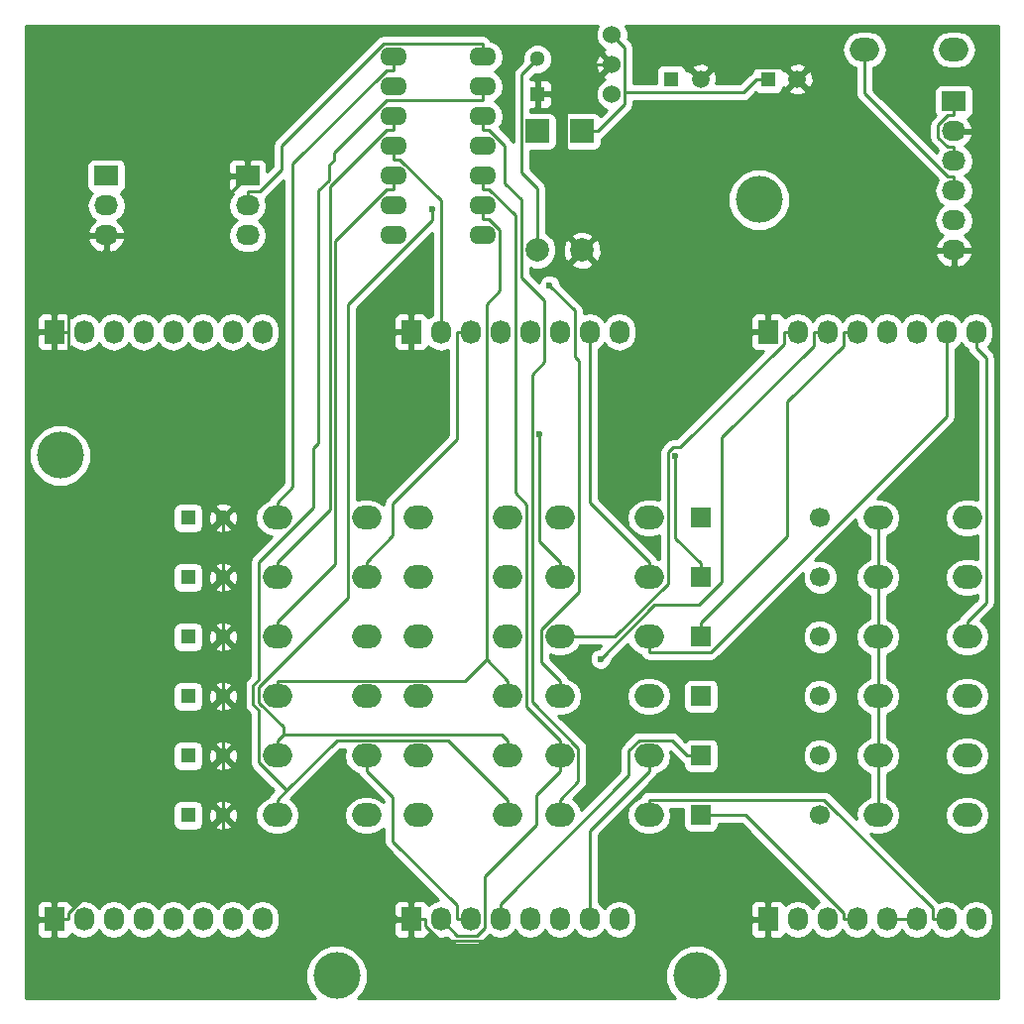
<source format=gbr>
G04 #@! TF.FileFunction,Copper,L2,Bot,Signal*
%FSLAX46Y46*%
G04 Gerber Fmt 4.6, Leading zero omitted, Abs format (unit mm)*
G04 Created by KiCad (PCBNEW 4.0.2+e4-6225~38~ubuntu14.04.1-stable) date Sa 25 Jun 2016 13:28:15 CEST*
%MOMM*%
G01*
G04 APERTURE LIST*
%ADD10C,0.100000*%
%ADD11O,2.500000X2.000000*%
%ADD12R,1.300000X1.300000*%
%ADD13C,1.300000*%
%ADD14C,1.699260*%
%ADD15R,1.699260X1.699260*%
%ADD16C,1.998980*%
%ADD17R,1.998980X1.998980*%
%ADD18O,2.300000X1.600000*%
%ADD19R,1.727200X2.032000*%
%ADD20O,1.727200X2.032000*%
%ADD21R,2.032000X1.727200*%
%ADD22O,2.032000X1.727200*%
%ADD23C,1.524000*%
%ADD24C,1.500000*%
%ADD25C,4.000000*%
%ADD26C,0.600000*%
%ADD27C,0.250000*%
%ADD28C,0.254000*%
G04 APERTURE END LIST*
D10*
D11*
X98298000Y-73660000D03*
X105918000Y-73660000D03*
X104775000Y-23495000D03*
X97155000Y-23495000D03*
D12*
X39370000Y-63500000D03*
D13*
X42370000Y-63500000D03*
D12*
X69215000Y-27305000D03*
D13*
X69215000Y-24305000D03*
D14*
X93345520Y-63497460D03*
D15*
X83185520Y-63497460D03*
D16*
X73027540Y-40640000D03*
D17*
X73027540Y-30480000D03*
D16*
X69217540Y-40640000D03*
D17*
X69217540Y-30480000D03*
D18*
X56896000Y-24130000D03*
X56896000Y-26670000D03*
X56896000Y-29210000D03*
X56896000Y-31750000D03*
X56896000Y-34290000D03*
X56896000Y-36830000D03*
X56896000Y-39370000D03*
X64516000Y-39370000D03*
X64516000Y-36830000D03*
X64516000Y-34290000D03*
X64516000Y-31750000D03*
X64516000Y-29210000D03*
X64516000Y-26670000D03*
X64516000Y-24130000D03*
D11*
X59055000Y-63500000D03*
X66675000Y-63500000D03*
X71120000Y-63500000D03*
X78740000Y-63500000D03*
D12*
X39370000Y-68580000D03*
D13*
X42370000Y-68580000D03*
D12*
X39370000Y-73660000D03*
D13*
X42370000Y-73660000D03*
D12*
X39370000Y-78740000D03*
D13*
X42370000Y-78740000D03*
D12*
X39370000Y-83820000D03*
D13*
X42370000Y-83820000D03*
D12*
X39370000Y-88900000D03*
D13*
X42370000Y-88900000D03*
D14*
X93345520Y-68577460D03*
D15*
X83185520Y-68577460D03*
D14*
X93345520Y-73657460D03*
D15*
X83185520Y-73657460D03*
D14*
X93345520Y-78737460D03*
D15*
X83185520Y-78737460D03*
D14*
X93345520Y-83817460D03*
D15*
X83185520Y-83817460D03*
D14*
X93345520Y-88897460D03*
D15*
X83185520Y-88897460D03*
D19*
X27940000Y-47625000D03*
D20*
X30480000Y-47625000D03*
X33020000Y-47625000D03*
X35560000Y-47625000D03*
X38100000Y-47625000D03*
X40640000Y-47625000D03*
X43180000Y-47625000D03*
X45720000Y-47625000D03*
D19*
X58420000Y-47625000D03*
D20*
X60960000Y-47625000D03*
X63500000Y-47625000D03*
X66040000Y-47625000D03*
X68580000Y-47625000D03*
X71120000Y-47625000D03*
X73660000Y-47625000D03*
X76200000Y-47625000D03*
D19*
X88900000Y-47625000D03*
D20*
X91440000Y-47625000D03*
X93980000Y-47625000D03*
X96520000Y-47625000D03*
X99060000Y-47625000D03*
X101600000Y-47625000D03*
X104140000Y-47625000D03*
X106680000Y-47625000D03*
D19*
X27940000Y-97790000D03*
D20*
X30480000Y-97790000D03*
X33020000Y-97790000D03*
X35560000Y-97790000D03*
X38100000Y-97790000D03*
X40640000Y-97790000D03*
X43180000Y-97790000D03*
X45720000Y-97790000D03*
D19*
X58420000Y-97790000D03*
D20*
X60960000Y-97790000D03*
X63500000Y-97790000D03*
X66040000Y-97790000D03*
X68580000Y-97790000D03*
X71120000Y-97790000D03*
X73660000Y-97790000D03*
X76200000Y-97790000D03*
D19*
X88900000Y-97790000D03*
D20*
X91440000Y-97790000D03*
X93980000Y-97790000D03*
X96520000Y-97790000D03*
X99060000Y-97790000D03*
X101600000Y-97790000D03*
X104140000Y-97790000D03*
X106680000Y-97790000D03*
D21*
X44450000Y-34290000D03*
D22*
X44450000Y-36830000D03*
X44450000Y-39370000D03*
D21*
X32385000Y-34290000D03*
D22*
X32385000Y-36830000D03*
X32385000Y-39370000D03*
D11*
X46990000Y-63500000D03*
X54610000Y-63500000D03*
X46990000Y-68580000D03*
X54610000Y-68580000D03*
X59055000Y-68580000D03*
X66675000Y-68580000D03*
X46990000Y-73660000D03*
X54610000Y-73660000D03*
X59055000Y-73660000D03*
X66675000Y-73660000D03*
X46990000Y-78740000D03*
X54610000Y-78740000D03*
X59055000Y-78740000D03*
X66675000Y-78740000D03*
X46990000Y-83820000D03*
X54610000Y-83820000D03*
X59055000Y-83820000D03*
X66675000Y-83820000D03*
X46990000Y-88900000D03*
X54610000Y-88900000D03*
X59055000Y-88900000D03*
X66675000Y-88900000D03*
X71120000Y-68580000D03*
X78740000Y-68580000D03*
X71120000Y-73660000D03*
X78740000Y-73660000D03*
X71120000Y-78740000D03*
X78740000Y-78740000D03*
X71120000Y-83820000D03*
X78740000Y-83820000D03*
X71120000Y-88900000D03*
X78740000Y-88900000D03*
X98298000Y-63500000D03*
X105918000Y-63500000D03*
X98298000Y-68580000D03*
X105918000Y-68580000D03*
X98298000Y-78740000D03*
X105918000Y-78740000D03*
X98298000Y-83820000D03*
X105918000Y-83820000D03*
X98298000Y-88900000D03*
X105918000Y-88900000D03*
D21*
X104775000Y-27940000D03*
D22*
X104775000Y-30480000D03*
X104775000Y-33020000D03*
X104775000Y-35560000D03*
X104775000Y-38100000D03*
X104775000Y-40640000D03*
D23*
X75565000Y-24765000D03*
X75565000Y-22225000D03*
X75565000Y-27305000D03*
D24*
X91400000Y-26035000D03*
D12*
X88900000Y-26035000D03*
X80645000Y-26035000D03*
D24*
X83145000Y-26035000D03*
D25*
X82804000Y-102616000D03*
X52070000Y-102616000D03*
X88138000Y-36322000D03*
X28448000Y-58166000D03*
D26*
X60210500Y-37129400D03*
X69370600Y-56326500D03*
X70240400Y-43619700D03*
X74611300Y-75537000D03*
X81010600Y-58176600D03*
D27*
X56896000Y-25255300D02*
X56896000Y-24130000D01*
X56333300Y-25255300D02*
X56896000Y-25255300D01*
X48315300Y-33273300D02*
X56333300Y-25255300D01*
X48315300Y-60849400D02*
X48315300Y-33273300D01*
X46990000Y-62174700D02*
X48315300Y-60849400D01*
X46990000Y-63500000D02*
X46990000Y-62174700D01*
X72730300Y-24765000D02*
X70190300Y-27305000D01*
X75565000Y-24765000D02*
X72730300Y-24765000D01*
X69215000Y-27305000D02*
X70190300Y-27305000D01*
X71702600Y-28817300D02*
X70190300Y-27305000D01*
X71702600Y-39315100D02*
X71702600Y-28817300D01*
X73027500Y-40640000D02*
X71702600Y-39315100D01*
X29128900Y-50258900D02*
X42370000Y-63500000D01*
X29128900Y-47625000D02*
X29128900Y-50258900D01*
X27940000Y-47625000D02*
X29128900Y-47625000D01*
X87711100Y-97790000D02*
X88900000Y-97790000D01*
X85869200Y-99631900D02*
X87711100Y-97790000D01*
X60930700Y-99631900D02*
X85869200Y-99631900D01*
X59608900Y-98310100D02*
X60930700Y-99631900D01*
X59608900Y-97790000D02*
X59608900Y-98310100D01*
X58420000Y-97790000D02*
X59608900Y-97790000D01*
X29128900Y-43815000D02*
X29128900Y-47625000D01*
X32385000Y-40558900D02*
X29128900Y-43815000D01*
X32385000Y-39370000D02*
X32385000Y-40558900D01*
X39370000Y-39370000D02*
X32385000Y-39370000D01*
X44450000Y-34290000D02*
X39370000Y-39370000D01*
X42370000Y-83820000D02*
X42370000Y-88900000D01*
X42370000Y-93177000D02*
X42370000Y-88900000D01*
X52618100Y-93177000D02*
X42370000Y-93177000D01*
X57231100Y-97790000D02*
X52618100Y-93177000D01*
X58420000Y-97790000D02*
X57231100Y-97790000D01*
X29128900Y-97790000D02*
X27940000Y-97790000D01*
X29128900Y-97269900D02*
X29128900Y-97790000D01*
X33221800Y-93177000D02*
X29128900Y-97269900D01*
X42370000Y-93177000D02*
X33221800Y-93177000D01*
X90424600Y-25059600D02*
X91400000Y-26035000D01*
X84120400Y-25059600D02*
X90424600Y-25059600D01*
X83145000Y-26035000D02*
X84120400Y-25059600D01*
X42370000Y-73660000D02*
X42370000Y-78740000D01*
X42370000Y-78740000D02*
X42370000Y-83820000D01*
X42370000Y-73660000D02*
X42370000Y-68580000D01*
X42370000Y-68580000D02*
X42370000Y-63500000D01*
X56896000Y-30335300D02*
X56896000Y-29210000D01*
X56359500Y-30335300D02*
X56896000Y-30335300D01*
X51469400Y-35225400D02*
X56359500Y-30335300D01*
X51469400Y-62775300D02*
X51469400Y-35225400D01*
X46990000Y-67254700D02*
X51469400Y-62775300D01*
X46990000Y-68580000D02*
X46990000Y-67254700D01*
X46990000Y-72334700D02*
X46990000Y-73660000D01*
X51919800Y-67404900D02*
X46990000Y-72334700D01*
X51919800Y-39828900D02*
X51919800Y-67404900D01*
X56333400Y-35415300D02*
X51919800Y-39828900D01*
X56896000Y-35415300D02*
X56333400Y-35415300D01*
X56896000Y-34290000D02*
X56896000Y-35415300D01*
X63021400Y-77414700D02*
X64848200Y-75587900D01*
X46990000Y-77414700D02*
X63021400Y-77414700D01*
X46990000Y-78740000D02*
X46990000Y-77414700D01*
X64848200Y-45262700D02*
X64848200Y-75587900D01*
X66019100Y-44091800D02*
X64848200Y-45262700D01*
X66019100Y-38895800D02*
X66019100Y-44091800D01*
X65078600Y-37955300D02*
X66019100Y-38895800D01*
X64516000Y-37955300D02*
X65078600Y-37955300D01*
X64516000Y-36830000D02*
X64516000Y-37955300D01*
X66675000Y-77414700D02*
X66675000Y-78740000D01*
X64848200Y-75587900D02*
X66675000Y-77414700D01*
X47489800Y-81366000D02*
X47489800Y-81994900D01*
X45414600Y-79290800D02*
X47489800Y-81366000D01*
X45414600Y-77944800D02*
X45414600Y-79290800D01*
X53034600Y-70324800D02*
X45414600Y-77944800D01*
X53034600Y-45266300D02*
X53034600Y-70324800D01*
X60210500Y-38090400D02*
X53034600Y-45266300D01*
X60210500Y-37129400D02*
X60210500Y-38090400D01*
X46990000Y-82494700D02*
X47489800Y-81994900D01*
X46990000Y-83820000D02*
X46990000Y-82494700D01*
X66675000Y-82494700D02*
X66675000Y-83820000D01*
X66175200Y-81994900D02*
X66675000Y-82494700D01*
X47489800Y-81994900D02*
X66175200Y-81994900D01*
X46990000Y-87574600D02*
X47783800Y-86780800D01*
X46990000Y-88900000D02*
X46990000Y-87574600D01*
X66675000Y-87574700D02*
X66675000Y-88900000D01*
X61595000Y-82494700D02*
X66675000Y-87574700D01*
X52069900Y-82494700D02*
X61595000Y-82494700D01*
X47783800Y-86780800D02*
X52069900Y-82494700D01*
X64516000Y-27795300D02*
X64516000Y-26670000D01*
X56351900Y-27795300D02*
X64516000Y-27795300D01*
X51852900Y-32294300D02*
X56351900Y-27795300D01*
X51852900Y-32931200D02*
X51852900Y-32294300D01*
X51402600Y-33381500D02*
X51852900Y-32931200D01*
X51402600Y-34655300D02*
X51402600Y-33381500D01*
X50502300Y-35555600D02*
X51402600Y-34655300D01*
X50502300Y-57074600D02*
X50502300Y-35555600D01*
X50052100Y-57524800D02*
X50502300Y-57074600D01*
X50052100Y-62611600D02*
X50052100Y-57524800D01*
X45397300Y-67266400D02*
X50052100Y-62611600D01*
X45397300Y-77325200D02*
X45397300Y-67266400D01*
X44947000Y-77775500D02*
X45397300Y-77325200D01*
X44947000Y-79470600D02*
X44947000Y-77775500D01*
X45397300Y-79920900D02*
X44947000Y-79470600D01*
X45397300Y-84394400D02*
X45397300Y-79920900D01*
X47783800Y-86780800D02*
X45397300Y-84394400D01*
X60960000Y-36376700D02*
X60960000Y-47625000D01*
X57458600Y-32875300D02*
X60960000Y-36376700D01*
X56896000Y-32875300D02*
X57458600Y-32875300D01*
X56896000Y-31750000D02*
X56896000Y-32875300D01*
X69370600Y-65505300D02*
X69370600Y-56326500D01*
X71120000Y-67254700D02*
X69370600Y-65505300D01*
X71120000Y-68580000D02*
X71120000Y-67254700D01*
X75851400Y-73660000D02*
X71120000Y-73660000D01*
X80374400Y-69137000D02*
X75851400Y-73660000D01*
X80374400Y-57892100D02*
X80374400Y-69137000D01*
X80786400Y-57480100D02*
X80374400Y-57892100D01*
X81385300Y-57480100D02*
X80786400Y-57480100D01*
X90251100Y-48614300D02*
X81385300Y-57480100D01*
X90251100Y-47625000D02*
X90251100Y-48614300D01*
X91440000Y-47625000D02*
X90251100Y-47625000D01*
X72390000Y-45769300D02*
X70240400Y-43619700D01*
X72390000Y-49729600D02*
X72390000Y-45769300D01*
X72774200Y-50113800D02*
X72390000Y-49729600D01*
X72774200Y-69822900D02*
X72774200Y-50113800D01*
X69539900Y-73057200D02*
X72774200Y-69822900D01*
X69539900Y-75834600D02*
X69539900Y-73057200D01*
X71120000Y-77414700D02*
X69539900Y-75834600D01*
X71120000Y-78740000D02*
X71120000Y-77414700D01*
X71120000Y-85145300D02*
X71120000Y-83820000D01*
X69089800Y-87175500D02*
X71120000Y-85145300D01*
X69089800Y-89710300D02*
X69089800Y-87175500D01*
X64689000Y-94111100D02*
X69089800Y-89710300D01*
X64689000Y-98500800D02*
X64689000Y-94111100D01*
X64008300Y-99181500D02*
X64689000Y-98500800D01*
X62351500Y-99181500D02*
X64008300Y-99181500D01*
X60960000Y-97790000D02*
X62351500Y-99181500D01*
X71120000Y-82494700D02*
X71120000Y-83820000D01*
X68254700Y-79629400D02*
X71120000Y-82494700D01*
X68254700Y-62330100D02*
X68254700Y-79629400D01*
X67310000Y-61385400D02*
X68254700Y-62330100D01*
X67310000Y-37646700D02*
X67310000Y-61385400D01*
X65078600Y-35415300D02*
X67310000Y-37646700D01*
X64516000Y-35415300D02*
X65078600Y-35415300D01*
X64516000Y-34290000D02*
X64516000Y-35415300D01*
X71120000Y-87574700D02*
X71120000Y-88900000D01*
X72699300Y-85995400D02*
X71120000Y-87574700D01*
X72699300Y-83165700D02*
X72699300Y-85995400D01*
X68745200Y-79211600D02*
X72699300Y-83165700D01*
X68745200Y-51252300D02*
X68745200Y-79211600D01*
X69794900Y-50202600D02*
X68745200Y-51252300D01*
X69794900Y-44898300D02*
X69794900Y-50202600D01*
X67841600Y-42945000D02*
X69794900Y-44898300D01*
X67841600Y-36293500D02*
X67841600Y-42945000D01*
X66453200Y-34905100D02*
X67841600Y-36293500D01*
X66453200Y-31709900D02*
X66453200Y-34905100D01*
X65078600Y-30335300D02*
X66453200Y-31709900D01*
X64516000Y-30335300D02*
X65078600Y-30335300D01*
X64516000Y-29210000D02*
X64516000Y-30335300D01*
X54610000Y-67254700D02*
X54610000Y-68580000D01*
X56832500Y-65032200D02*
X54610000Y-67254700D01*
X56832500Y-62256500D02*
X56832500Y-65032200D01*
X62311100Y-56777900D02*
X56832500Y-62256500D01*
X62311100Y-47625000D02*
X62311100Y-56777900D01*
X63500000Y-47625000D02*
X62311100Y-47625000D01*
X78740000Y-67254700D02*
X78740000Y-68580000D01*
X73660000Y-62174700D02*
X78740000Y-67254700D01*
X73660000Y-47625000D02*
X73660000Y-62174700D01*
X79201300Y-70947000D02*
X74611300Y-75537000D01*
X83027500Y-70947000D02*
X79201300Y-70947000D01*
X84978900Y-68995600D02*
X83027500Y-70947000D01*
X84978900Y-56626100D02*
X84978900Y-68995600D01*
X92791100Y-48813900D02*
X84978900Y-56626100D01*
X92791100Y-47625000D02*
X92791100Y-48813900D01*
X93980000Y-47625000D02*
X92791100Y-47625000D01*
X104140000Y-54870400D02*
X104140000Y-47625000D01*
X84025100Y-74985300D02*
X104140000Y-54870400D01*
X78740000Y-74985300D02*
X84025100Y-74985300D01*
X78740000Y-73660000D02*
X78740000Y-74985300D01*
X106680000Y-48966300D02*
X106680000Y-47625000D01*
X107526000Y-49812500D02*
X106680000Y-48966300D01*
X107526000Y-70726500D02*
X107526000Y-49812500D01*
X105918000Y-72334700D02*
X107526000Y-70726500D01*
X105918000Y-73660000D02*
X105918000Y-72334700D01*
X62311100Y-97790000D02*
X63500000Y-97790000D01*
X62311100Y-96601100D02*
X62311100Y-97790000D01*
X56832500Y-91122500D02*
X62311100Y-96601100D01*
X56832500Y-87367800D02*
X56832500Y-91122500D01*
X54610000Y-85145300D02*
X56832500Y-87367800D01*
X54610000Y-83820000D02*
X54610000Y-85145300D01*
X73660000Y-90225300D02*
X73660000Y-97790000D01*
X78740000Y-85145300D02*
X73660000Y-90225300D01*
X78740000Y-83820000D02*
X78740000Y-85145300D01*
X101600000Y-97790000D02*
X99060000Y-97790000D01*
X102951000Y-97790000D02*
X104140000Y-97790000D01*
X102951000Y-96824000D02*
X102951000Y-97790000D01*
X93701800Y-87574700D02*
X102951000Y-96824000D01*
X78740000Y-87574700D02*
X93701800Y-87574700D01*
X78740000Y-88900000D02*
X78740000Y-87574700D01*
X104775000Y-31831100D02*
X104775000Y-33020000D01*
X104255000Y-31831100D02*
X104775000Y-31831100D01*
X103426000Y-31002500D02*
X104255000Y-31831100D01*
X103426000Y-29957500D02*
X103426000Y-31002500D01*
X104255000Y-29128900D02*
X103426000Y-29957500D01*
X104775000Y-29128900D02*
X104255000Y-29128900D01*
X104775000Y-27940000D02*
X104775000Y-29128900D01*
X98298000Y-63500000D02*
X98298000Y-68580000D01*
X98298000Y-68580000D02*
X98298000Y-73660000D01*
X98298000Y-88900000D02*
X98298000Y-83820000D01*
X98298000Y-83820000D02*
X98298000Y-78740000D01*
X98298000Y-78740000D02*
X98298000Y-73660000D01*
X44450000Y-35641100D02*
X44450000Y-36830000D01*
X45490300Y-35641100D02*
X44450000Y-35641100D01*
X47344500Y-33786900D02*
X45490300Y-35641100D01*
X47344500Y-31718400D02*
X47344500Y-33786900D01*
X56058200Y-23004700D02*
X47344500Y-31718400D01*
X64516000Y-23004700D02*
X56058200Y-23004700D01*
X64516000Y-24130000D02*
X64516000Y-23004700D01*
X67892600Y-25627400D02*
X69215000Y-24305000D01*
X67892600Y-34009000D02*
X67892600Y-25627400D01*
X69217500Y-35333900D02*
X67892600Y-34009000D01*
X69217500Y-40640000D02*
X69217500Y-35333900D01*
X86786300Y-27173400D02*
X76654400Y-27173400D01*
X87924700Y-26035000D02*
X86786300Y-27173400D01*
X88900000Y-26035000D02*
X87924700Y-26035000D01*
X76654400Y-28177900D02*
X76654400Y-27173400D01*
X74352300Y-30480000D02*
X76654400Y-28177900D01*
X73027500Y-30480000D02*
X74352300Y-30480000D01*
X76654400Y-23314400D02*
X75565000Y-22225000D01*
X76654400Y-27173400D02*
X76654400Y-23314400D01*
X97155000Y-27271200D02*
X97155000Y-23495000D01*
X104255000Y-34371100D02*
X97155000Y-27271200D01*
X104775000Y-34371100D02*
X104255000Y-34371100D01*
X104775000Y-35560000D02*
X104775000Y-34371100D01*
X81010600Y-65227700D02*
X81010600Y-58176600D01*
X83185500Y-67402600D02*
X81010600Y-65227700D01*
X83185500Y-68577500D02*
X83185500Y-67402600D01*
X95331100Y-47625000D02*
X96520000Y-47625000D01*
X95331100Y-48813900D02*
X95331100Y-47625000D01*
X90573300Y-53571700D02*
X95331100Y-48813900D01*
X90573300Y-65094800D02*
X90573300Y-53571700D01*
X83185500Y-72482600D02*
X90573300Y-65094800D01*
X83185500Y-73657500D02*
X83185500Y-72482600D01*
X82010600Y-83817500D02*
X83185500Y-83817500D01*
X80685100Y-82492000D02*
X82010600Y-83817500D01*
X77906500Y-82492000D02*
X80685100Y-82492000D01*
X76999000Y-83399500D02*
X77906500Y-82492000D01*
X76999000Y-85489700D02*
X76999000Y-83399500D01*
X66040000Y-96448700D02*
X76999000Y-85489700D01*
X66040000Y-97790000D02*
X66040000Y-96448700D01*
X86958700Y-88897500D02*
X83185500Y-88897500D01*
X95331100Y-97269900D02*
X86958700Y-88897500D01*
X95331100Y-97790000D02*
X95331100Y-97269900D01*
X96520000Y-97790000D02*
X95331100Y-97790000D01*
D28*
G36*
X74168243Y-21945900D02*
X74167758Y-22501661D01*
X74379990Y-23015303D01*
X74772630Y-23408629D01*
X74964727Y-23488395D01*
X74833857Y-23542603D01*
X74764392Y-23784787D01*
X75565000Y-24585395D01*
X75579143Y-24571253D01*
X75758748Y-24750858D01*
X75744605Y-24765000D01*
X75758748Y-24779143D01*
X75579143Y-24958748D01*
X75565000Y-24944605D01*
X74764392Y-25745213D01*
X74833857Y-25987397D01*
X74974318Y-26037509D01*
X74774697Y-26119990D01*
X74381371Y-26512630D01*
X74168243Y-27025900D01*
X74167758Y-27581661D01*
X74379990Y-28095303D01*
X74772630Y-28488629D01*
X75123271Y-28634227D01*
X74584035Y-29173463D01*
X74491120Y-29029069D01*
X74278920Y-28884079D01*
X74027030Y-28833070D01*
X72028050Y-28833070D01*
X71792733Y-28877348D01*
X71576609Y-29016420D01*
X71431619Y-29228620D01*
X71380610Y-29480510D01*
X71380610Y-31479490D01*
X71424888Y-31714807D01*
X71563960Y-31930931D01*
X71776160Y-32075921D01*
X72028050Y-32126930D01*
X74027030Y-32126930D01*
X74262347Y-32082652D01*
X74478471Y-31943580D01*
X74623461Y-31731380D01*
X74674470Y-31479490D01*
X74674470Y-31161213D01*
X74889701Y-31017401D01*
X77191801Y-28715301D01*
X77356548Y-28468739D01*
X77414400Y-28177900D01*
X77414400Y-27933400D01*
X86786300Y-27933400D01*
X87077139Y-27875548D01*
X87323701Y-27710801D01*
X87852537Y-27181965D01*
X87998110Y-27281431D01*
X88250000Y-27332440D01*
X89550000Y-27332440D01*
X89785317Y-27288162D01*
X90001441Y-27149090D01*
X90098856Y-27006517D01*
X90608088Y-27006517D01*
X90676077Y-27247460D01*
X91195171Y-27432201D01*
X91745448Y-27404230D01*
X92123923Y-27247460D01*
X92191912Y-27006517D01*
X91400000Y-26214605D01*
X90608088Y-27006517D01*
X90098856Y-27006517D01*
X90146431Y-26936890D01*
X90184135Y-26750702D01*
X90187540Y-26758923D01*
X90428483Y-26826912D01*
X91220395Y-26035000D01*
X91579605Y-26035000D01*
X92371517Y-26826912D01*
X92612460Y-26758923D01*
X92797201Y-26239829D01*
X92769230Y-25689552D01*
X92612460Y-25311077D01*
X92371517Y-25243088D01*
X91579605Y-26035000D01*
X91220395Y-26035000D01*
X90428483Y-25243088D01*
X90187540Y-25311077D01*
X90184917Y-25318447D01*
X90153162Y-25149683D01*
X90097694Y-25063483D01*
X90608088Y-25063483D01*
X91400000Y-25855395D01*
X92191912Y-25063483D01*
X92123923Y-24822540D01*
X91604829Y-24637799D01*
X91054552Y-24665770D01*
X90676077Y-24822540D01*
X90608088Y-25063483D01*
X90097694Y-25063483D01*
X90014090Y-24933559D01*
X89801890Y-24788569D01*
X89550000Y-24737560D01*
X88250000Y-24737560D01*
X88014683Y-24781838D01*
X87798559Y-24920910D01*
X87653569Y-25133110D01*
X87609875Y-25348879D01*
X87387299Y-25497599D01*
X86471498Y-26413400D01*
X84480429Y-26413400D01*
X84542201Y-26239829D01*
X84514230Y-25689552D01*
X84357460Y-25311077D01*
X84116517Y-25243088D01*
X83324605Y-26035000D01*
X83338748Y-26049143D01*
X83159143Y-26228748D01*
X83145000Y-26214605D01*
X83130858Y-26228748D01*
X82951253Y-26049143D01*
X82965395Y-26035000D01*
X82173483Y-25243088D01*
X81932540Y-25311077D01*
X81929917Y-25318447D01*
X81898162Y-25149683D01*
X81842694Y-25063483D01*
X82353088Y-25063483D01*
X83145000Y-25855395D01*
X83936912Y-25063483D01*
X83868923Y-24822540D01*
X83349829Y-24637799D01*
X82799552Y-24665770D01*
X82421077Y-24822540D01*
X82353088Y-25063483D01*
X81842694Y-25063483D01*
X81759090Y-24933559D01*
X81546890Y-24788569D01*
X81295000Y-24737560D01*
X79995000Y-24737560D01*
X79759683Y-24781838D01*
X79543559Y-24920910D01*
X79398569Y-25133110D01*
X79347560Y-25385000D01*
X79347560Y-26413400D01*
X77414400Y-26413400D01*
X77414400Y-23495000D01*
X95233071Y-23495000D01*
X95357528Y-24120687D01*
X95711951Y-24651120D01*
X96242384Y-25005543D01*
X96395000Y-25035900D01*
X96395000Y-27271205D01*
X96423770Y-27415835D01*
X96452852Y-27562039D01*
X96452853Y-27562041D01*
X96452854Y-27562044D01*
X96534810Y-27684698D01*
X96617599Y-27808601D01*
X96617603Y-27808605D01*
X103442000Y-34632906D01*
X103205729Y-34986511D01*
X103091655Y-35560000D01*
X103205729Y-36133489D01*
X103530585Y-36619670D01*
X103845366Y-36830000D01*
X103530585Y-37040330D01*
X103205729Y-37526511D01*
X103091655Y-38100000D01*
X103205729Y-38673489D01*
X103530585Y-39159670D01*
X103840069Y-39366461D01*
X103424268Y-39737964D01*
X103170291Y-40265209D01*
X103167642Y-40280974D01*
X103288783Y-40513000D01*
X104648000Y-40513000D01*
X104648000Y-40493000D01*
X104902000Y-40493000D01*
X104902000Y-40513000D01*
X106261217Y-40513000D01*
X106382358Y-40280974D01*
X106379709Y-40265209D01*
X106125732Y-39737964D01*
X105709931Y-39366461D01*
X106019415Y-39159670D01*
X106344271Y-38673489D01*
X106458345Y-38100000D01*
X106344271Y-37526511D01*
X106019415Y-37040330D01*
X105704634Y-36830000D01*
X106019415Y-36619670D01*
X106344271Y-36133489D01*
X106458345Y-35560000D01*
X106344271Y-34986511D01*
X106019415Y-34500330D01*
X105704634Y-34290000D01*
X106019415Y-34079670D01*
X106344271Y-33593489D01*
X106458345Y-33020000D01*
X106344271Y-32446511D01*
X106019415Y-31960330D01*
X105709931Y-31753539D01*
X106125732Y-31382036D01*
X106379709Y-30854791D01*
X106382358Y-30839026D01*
X106261217Y-30607000D01*
X104902000Y-30607000D01*
X104902000Y-30627000D01*
X104648000Y-30627000D01*
X104648000Y-30607000D01*
X104628000Y-30607000D01*
X104628000Y-30353000D01*
X104648000Y-30353000D01*
X104648000Y-30333000D01*
X104902000Y-30333000D01*
X104902000Y-30353000D01*
X106261217Y-30353000D01*
X106382358Y-30120974D01*
X106379709Y-30105209D01*
X106125732Y-29577964D01*
X105950155Y-29421093D01*
X106026317Y-29406762D01*
X106242441Y-29267690D01*
X106387431Y-29055490D01*
X106438440Y-28803600D01*
X106438440Y-27076400D01*
X106394162Y-26841083D01*
X106255090Y-26624959D01*
X106042890Y-26479969D01*
X105791000Y-26428960D01*
X103759000Y-26428960D01*
X103523683Y-26473238D01*
X103307559Y-26612310D01*
X103162569Y-26824510D01*
X103111560Y-27076400D01*
X103111560Y-28803600D01*
X103155838Y-29038917D01*
X103200510Y-29108339D01*
X102888729Y-29419969D01*
X102888677Y-29420047D01*
X102888599Y-29420099D01*
X102806756Y-29542586D01*
X102723922Y-29666491D01*
X102723903Y-29666584D01*
X102723852Y-29666661D01*
X102695047Y-29811470D01*
X102666000Y-29957317D01*
X102666018Y-29957409D01*
X102666000Y-29957500D01*
X102666000Y-31002500D01*
X102666018Y-31002591D01*
X102666000Y-31002683D01*
X102695047Y-31148530D01*
X102723852Y-31293339D01*
X102723903Y-31293416D01*
X102723922Y-31293509D01*
X102806756Y-31417414D01*
X102888599Y-31539901D01*
X102888677Y-31539953D01*
X102888729Y-31540031D01*
X103441948Y-32092984D01*
X103285623Y-32326941D01*
X97915000Y-26956395D01*
X97915000Y-25035900D01*
X98067616Y-25005543D01*
X98598049Y-24651120D01*
X98952472Y-24120687D01*
X99076929Y-23495000D01*
X102853071Y-23495000D01*
X102977528Y-24120687D01*
X103331951Y-24651120D01*
X103862384Y-25005543D01*
X104488071Y-25130000D01*
X105061929Y-25130000D01*
X105687616Y-25005543D01*
X106218049Y-24651120D01*
X106572472Y-24120687D01*
X106696929Y-23495000D01*
X106572472Y-22869313D01*
X106218049Y-22338880D01*
X105687616Y-21984457D01*
X105061929Y-21860000D01*
X104488071Y-21860000D01*
X103862384Y-21984457D01*
X103331951Y-22338880D01*
X102977528Y-22869313D01*
X102853071Y-23495000D01*
X99076929Y-23495000D01*
X98952472Y-22869313D01*
X98598049Y-22338880D01*
X98067616Y-21984457D01*
X97441929Y-21860000D01*
X96868071Y-21860000D01*
X96242384Y-21984457D01*
X95711951Y-22338880D01*
X95357528Y-22869313D01*
X95233071Y-23495000D01*
X77414400Y-23495000D01*
X77414400Y-23314400D01*
X77356548Y-23023561D01*
X77356548Y-23023560D01*
X77191801Y-22776999D01*
X76949183Y-22534381D01*
X76961757Y-22504100D01*
X76962242Y-21948339D01*
X76761705Y-21463000D01*
X108585000Y-21463000D01*
X108585000Y-104521000D01*
X84625382Y-104521000D01*
X85036542Y-104110557D01*
X85438542Y-103142433D01*
X85439457Y-102094166D01*
X85039147Y-101125342D01*
X84298557Y-100383458D01*
X83330433Y-99981458D01*
X82282166Y-99980543D01*
X81313342Y-100380853D01*
X80571458Y-101121443D01*
X80169458Y-102089567D01*
X80168543Y-103137834D01*
X80568853Y-104106658D01*
X80982472Y-104521000D01*
X53891382Y-104521000D01*
X54302542Y-104110557D01*
X54704542Y-103142433D01*
X54705457Y-102094166D01*
X54305147Y-101125342D01*
X53564557Y-100383458D01*
X52596433Y-99981458D01*
X51548166Y-99980543D01*
X50579342Y-100380853D01*
X49837458Y-101121443D01*
X49435458Y-102089567D01*
X49434543Y-103137834D01*
X49834853Y-104106658D01*
X50248472Y-104521000D01*
X25527000Y-104521000D01*
X25527000Y-98075750D01*
X26441400Y-98075750D01*
X26441400Y-98932309D01*
X26538073Y-99165698D01*
X26716701Y-99344327D01*
X26950090Y-99441000D01*
X27654250Y-99441000D01*
X27813000Y-99282250D01*
X27813000Y-97917000D01*
X26600150Y-97917000D01*
X26441400Y-98075750D01*
X25527000Y-98075750D01*
X25527000Y-96647691D01*
X26441400Y-96647691D01*
X26441400Y-97504250D01*
X26600150Y-97663000D01*
X27813000Y-97663000D01*
X27813000Y-96297750D01*
X28067000Y-96297750D01*
X28067000Y-97663000D01*
X28087000Y-97663000D01*
X28087000Y-97917000D01*
X28067000Y-97917000D01*
X28067000Y-99282250D01*
X28225750Y-99441000D01*
X28929910Y-99441000D01*
X29163299Y-99344327D01*
X29341927Y-99165698D01*
X29405500Y-99012220D01*
X29420330Y-99034415D01*
X29906511Y-99359271D01*
X30480000Y-99473345D01*
X31053489Y-99359271D01*
X31539670Y-99034415D01*
X31750000Y-98719634D01*
X31960330Y-99034415D01*
X32446511Y-99359271D01*
X33020000Y-99473345D01*
X33593489Y-99359271D01*
X34079670Y-99034415D01*
X34290000Y-98719634D01*
X34500330Y-99034415D01*
X34986511Y-99359271D01*
X35560000Y-99473345D01*
X36133489Y-99359271D01*
X36619670Y-99034415D01*
X36830000Y-98719634D01*
X37040330Y-99034415D01*
X37526511Y-99359271D01*
X38100000Y-99473345D01*
X38673489Y-99359271D01*
X39159670Y-99034415D01*
X39370000Y-98719634D01*
X39580330Y-99034415D01*
X40066511Y-99359271D01*
X40640000Y-99473345D01*
X41213489Y-99359271D01*
X41699670Y-99034415D01*
X41910000Y-98719634D01*
X42120330Y-99034415D01*
X42606511Y-99359271D01*
X43180000Y-99473345D01*
X43753489Y-99359271D01*
X44239670Y-99034415D01*
X44450000Y-98719634D01*
X44660330Y-99034415D01*
X45146511Y-99359271D01*
X45720000Y-99473345D01*
X46293489Y-99359271D01*
X46779670Y-99034415D01*
X47104526Y-98548234D01*
X47198508Y-98075750D01*
X56921400Y-98075750D01*
X56921400Y-98932309D01*
X57018073Y-99165698D01*
X57196701Y-99344327D01*
X57430090Y-99441000D01*
X58134250Y-99441000D01*
X58293000Y-99282250D01*
X58293000Y-97917000D01*
X57080150Y-97917000D01*
X56921400Y-98075750D01*
X47198508Y-98075750D01*
X47218600Y-97974745D01*
X47218600Y-97605255D01*
X47104526Y-97031766D01*
X46847896Y-96647691D01*
X56921400Y-96647691D01*
X56921400Y-97504250D01*
X57080150Y-97663000D01*
X58293000Y-97663000D01*
X58293000Y-96297750D01*
X58134250Y-96139000D01*
X57430090Y-96139000D01*
X57196701Y-96235673D01*
X57018073Y-96414302D01*
X56921400Y-96647691D01*
X46847896Y-96647691D01*
X46779670Y-96545585D01*
X46293489Y-96220729D01*
X45720000Y-96106655D01*
X45146511Y-96220729D01*
X44660330Y-96545585D01*
X44450000Y-96860366D01*
X44239670Y-96545585D01*
X43753489Y-96220729D01*
X43180000Y-96106655D01*
X42606511Y-96220729D01*
X42120330Y-96545585D01*
X41910000Y-96860366D01*
X41699670Y-96545585D01*
X41213489Y-96220729D01*
X40640000Y-96106655D01*
X40066511Y-96220729D01*
X39580330Y-96545585D01*
X39370000Y-96860366D01*
X39159670Y-96545585D01*
X38673489Y-96220729D01*
X38100000Y-96106655D01*
X37526511Y-96220729D01*
X37040330Y-96545585D01*
X36830000Y-96860366D01*
X36619670Y-96545585D01*
X36133489Y-96220729D01*
X35560000Y-96106655D01*
X34986511Y-96220729D01*
X34500330Y-96545585D01*
X34290000Y-96860366D01*
X34079670Y-96545585D01*
X33593489Y-96220729D01*
X33020000Y-96106655D01*
X32446511Y-96220729D01*
X31960330Y-96545585D01*
X31750000Y-96860366D01*
X31539670Y-96545585D01*
X31053489Y-96220729D01*
X30480000Y-96106655D01*
X29906511Y-96220729D01*
X29420330Y-96545585D01*
X29405500Y-96567780D01*
X29341927Y-96414302D01*
X29163299Y-96235673D01*
X28929910Y-96139000D01*
X28225750Y-96139000D01*
X28067000Y-96297750D01*
X27813000Y-96297750D01*
X27654250Y-96139000D01*
X26950090Y-96139000D01*
X26716701Y-96235673D01*
X26538073Y-96414302D01*
X26441400Y-96647691D01*
X25527000Y-96647691D01*
X25527000Y-88250000D01*
X38072560Y-88250000D01*
X38072560Y-89550000D01*
X38116838Y-89785317D01*
X38255910Y-90001441D01*
X38468110Y-90146431D01*
X38720000Y-90197440D01*
X40020000Y-90197440D01*
X40255317Y-90153162D01*
X40471441Y-90014090D01*
X40616431Y-89801890D01*
X40617012Y-89799016D01*
X41650590Y-89799016D01*
X41706271Y-90029611D01*
X42189078Y-90197622D01*
X42699428Y-90168083D01*
X43033729Y-90029611D01*
X43089410Y-89799016D01*
X42370000Y-89079605D01*
X41650590Y-89799016D01*
X40617012Y-89799016D01*
X40667440Y-89550000D01*
X40667440Y-88719078D01*
X41072378Y-88719078D01*
X41101917Y-89229428D01*
X41240389Y-89563729D01*
X41470984Y-89619410D01*
X42190395Y-88900000D01*
X42549605Y-88900000D01*
X43269016Y-89619410D01*
X43499611Y-89563729D01*
X43667622Y-89080922D01*
X43638083Y-88570572D01*
X43499611Y-88236271D01*
X43269016Y-88180590D01*
X42549605Y-88900000D01*
X42190395Y-88900000D01*
X41470984Y-88180590D01*
X41240389Y-88236271D01*
X41072378Y-88719078D01*
X40667440Y-88719078D01*
X40667440Y-88250000D01*
X40623162Y-88014683D01*
X40614347Y-88000984D01*
X41650590Y-88000984D01*
X42370000Y-88720395D01*
X43089410Y-88000984D01*
X43033729Y-87770389D01*
X42550922Y-87602378D01*
X42040572Y-87631917D01*
X41706271Y-87770389D01*
X41650590Y-88000984D01*
X40614347Y-88000984D01*
X40484090Y-87798559D01*
X40271890Y-87653569D01*
X40020000Y-87602560D01*
X38720000Y-87602560D01*
X38484683Y-87646838D01*
X38268559Y-87785910D01*
X38123569Y-87998110D01*
X38072560Y-88250000D01*
X25527000Y-88250000D01*
X25527000Y-83170000D01*
X38072560Y-83170000D01*
X38072560Y-84470000D01*
X38116838Y-84705317D01*
X38255910Y-84921441D01*
X38468110Y-85066431D01*
X38720000Y-85117440D01*
X40020000Y-85117440D01*
X40255317Y-85073162D01*
X40471441Y-84934090D01*
X40616431Y-84721890D01*
X40617012Y-84719016D01*
X41650590Y-84719016D01*
X41706271Y-84949611D01*
X42189078Y-85117622D01*
X42699428Y-85088083D01*
X43033729Y-84949611D01*
X43089410Y-84719016D01*
X42370000Y-83999605D01*
X41650590Y-84719016D01*
X40617012Y-84719016D01*
X40667440Y-84470000D01*
X40667440Y-83639078D01*
X41072378Y-83639078D01*
X41101917Y-84149428D01*
X41240389Y-84483729D01*
X41470984Y-84539410D01*
X42190395Y-83820000D01*
X42549605Y-83820000D01*
X43269016Y-84539410D01*
X43499611Y-84483729D01*
X43667622Y-84000922D01*
X43638083Y-83490572D01*
X43499611Y-83156271D01*
X43269016Y-83100590D01*
X42549605Y-83820000D01*
X42190395Y-83820000D01*
X41470984Y-83100590D01*
X41240389Y-83156271D01*
X41072378Y-83639078D01*
X40667440Y-83639078D01*
X40667440Y-83170000D01*
X40623162Y-82934683D01*
X40614347Y-82920984D01*
X41650590Y-82920984D01*
X42370000Y-83640395D01*
X43089410Y-82920984D01*
X43033729Y-82690389D01*
X42550922Y-82522378D01*
X42040572Y-82551917D01*
X41706271Y-82690389D01*
X41650590Y-82920984D01*
X40614347Y-82920984D01*
X40484090Y-82718559D01*
X40271890Y-82573569D01*
X40020000Y-82522560D01*
X38720000Y-82522560D01*
X38484683Y-82566838D01*
X38268559Y-82705910D01*
X38123569Y-82918110D01*
X38072560Y-83170000D01*
X25527000Y-83170000D01*
X25527000Y-78090000D01*
X38072560Y-78090000D01*
X38072560Y-79390000D01*
X38116838Y-79625317D01*
X38255910Y-79841441D01*
X38468110Y-79986431D01*
X38720000Y-80037440D01*
X40020000Y-80037440D01*
X40255317Y-79993162D01*
X40471441Y-79854090D01*
X40616431Y-79641890D01*
X40617012Y-79639016D01*
X41650590Y-79639016D01*
X41706271Y-79869611D01*
X42189078Y-80037622D01*
X42699428Y-80008083D01*
X43033729Y-79869611D01*
X43089410Y-79639016D01*
X42370000Y-78919605D01*
X41650590Y-79639016D01*
X40617012Y-79639016D01*
X40667440Y-79390000D01*
X40667440Y-78559078D01*
X41072378Y-78559078D01*
X41101917Y-79069428D01*
X41240389Y-79403729D01*
X41470984Y-79459410D01*
X42190395Y-78740000D01*
X42549605Y-78740000D01*
X43269016Y-79459410D01*
X43499611Y-79403729D01*
X43667622Y-78920922D01*
X43638083Y-78410572D01*
X43499611Y-78076271D01*
X43269016Y-78020590D01*
X42549605Y-78740000D01*
X42190395Y-78740000D01*
X41470984Y-78020590D01*
X41240389Y-78076271D01*
X41072378Y-78559078D01*
X40667440Y-78559078D01*
X40667440Y-78090000D01*
X40623162Y-77854683D01*
X40614347Y-77840984D01*
X41650590Y-77840984D01*
X42370000Y-78560395D01*
X43089410Y-77840984D01*
X43033729Y-77610389D01*
X42550922Y-77442378D01*
X42040572Y-77471917D01*
X41706271Y-77610389D01*
X41650590Y-77840984D01*
X40614347Y-77840984D01*
X40484090Y-77638559D01*
X40271890Y-77493569D01*
X40020000Y-77442560D01*
X38720000Y-77442560D01*
X38484683Y-77486838D01*
X38268559Y-77625910D01*
X38123569Y-77838110D01*
X38072560Y-78090000D01*
X25527000Y-78090000D01*
X25527000Y-73010000D01*
X38072560Y-73010000D01*
X38072560Y-74310000D01*
X38116838Y-74545317D01*
X38255910Y-74761441D01*
X38468110Y-74906431D01*
X38720000Y-74957440D01*
X40020000Y-74957440D01*
X40255317Y-74913162D01*
X40471441Y-74774090D01*
X40616431Y-74561890D01*
X40617012Y-74559016D01*
X41650590Y-74559016D01*
X41706271Y-74789611D01*
X42189078Y-74957622D01*
X42699428Y-74928083D01*
X43033729Y-74789611D01*
X43089410Y-74559016D01*
X42370000Y-73839605D01*
X41650590Y-74559016D01*
X40617012Y-74559016D01*
X40667440Y-74310000D01*
X40667440Y-73479078D01*
X41072378Y-73479078D01*
X41101917Y-73989428D01*
X41240389Y-74323729D01*
X41470984Y-74379410D01*
X42190395Y-73660000D01*
X42549605Y-73660000D01*
X43269016Y-74379410D01*
X43499611Y-74323729D01*
X43667622Y-73840922D01*
X43638083Y-73330572D01*
X43499611Y-72996271D01*
X43269016Y-72940590D01*
X42549605Y-73660000D01*
X42190395Y-73660000D01*
X41470984Y-72940590D01*
X41240389Y-72996271D01*
X41072378Y-73479078D01*
X40667440Y-73479078D01*
X40667440Y-73010000D01*
X40623162Y-72774683D01*
X40614347Y-72760984D01*
X41650590Y-72760984D01*
X42370000Y-73480395D01*
X43089410Y-72760984D01*
X43033729Y-72530389D01*
X42550922Y-72362378D01*
X42040572Y-72391917D01*
X41706271Y-72530389D01*
X41650590Y-72760984D01*
X40614347Y-72760984D01*
X40484090Y-72558559D01*
X40271890Y-72413569D01*
X40020000Y-72362560D01*
X38720000Y-72362560D01*
X38484683Y-72406838D01*
X38268559Y-72545910D01*
X38123569Y-72758110D01*
X38072560Y-73010000D01*
X25527000Y-73010000D01*
X25527000Y-67930000D01*
X38072560Y-67930000D01*
X38072560Y-69230000D01*
X38116838Y-69465317D01*
X38255910Y-69681441D01*
X38468110Y-69826431D01*
X38720000Y-69877440D01*
X40020000Y-69877440D01*
X40255317Y-69833162D01*
X40471441Y-69694090D01*
X40616431Y-69481890D01*
X40617012Y-69479016D01*
X41650590Y-69479016D01*
X41706271Y-69709611D01*
X42189078Y-69877622D01*
X42699428Y-69848083D01*
X43033729Y-69709611D01*
X43089410Y-69479016D01*
X42370000Y-68759605D01*
X41650590Y-69479016D01*
X40617012Y-69479016D01*
X40667440Y-69230000D01*
X40667440Y-68399078D01*
X41072378Y-68399078D01*
X41101917Y-68909428D01*
X41240389Y-69243729D01*
X41470984Y-69299410D01*
X42190395Y-68580000D01*
X42549605Y-68580000D01*
X43269016Y-69299410D01*
X43499611Y-69243729D01*
X43667622Y-68760922D01*
X43638083Y-68250572D01*
X43499611Y-67916271D01*
X43269016Y-67860590D01*
X42549605Y-68580000D01*
X42190395Y-68580000D01*
X41470984Y-67860590D01*
X41240389Y-67916271D01*
X41072378Y-68399078D01*
X40667440Y-68399078D01*
X40667440Y-67930000D01*
X40623162Y-67694683D01*
X40614347Y-67680984D01*
X41650590Y-67680984D01*
X42370000Y-68400395D01*
X43089410Y-67680984D01*
X43033729Y-67450389D01*
X42550922Y-67282378D01*
X42040572Y-67311917D01*
X41706271Y-67450389D01*
X41650590Y-67680984D01*
X40614347Y-67680984D01*
X40484090Y-67478559D01*
X40271890Y-67333569D01*
X40020000Y-67282560D01*
X38720000Y-67282560D01*
X38484683Y-67326838D01*
X38268559Y-67465910D01*
X38123569Y-67678110D01*
X38072560Y-67930000D01*
X25527000Y-67930000D01*
X25527000Y-62850000D01*
X38072560Y-62850000D01*
X38072560Y-64150000D01*
X38116838Y-64385317D01*
X38255910Y-64601441D01*
X38468110Y-64746431D01*
X38720000Y-64797440D01*
X40020000Y-64797440D01*
X40255317Y-64753162D01*
X40471441Y-64614090D01*
X40616431Y-64401890D01*
X40617012Y-64399016D01*
X41650590Y-64399016D01*
X41706271Y-64629611D01*
X42189078Y-64797622D01*
X42699428Y-64768083D01*
X43033729Y-64629611D01*
X43089410Y-64399016D01*
X42370000Y-63679605D01*
X41650590Y-64399016D01*
X40617012Y-64399016D01*
X40667440Y-64150000D01*
X40667440Y-63319078D01*
X41072378Y-63319078D01*
X41101917Y-63829428D01*
X41240389Y-64163729D01*
X41470984Y-64219410D01*
X42190395Y-63500000D01*
X42549605Y-63500000D01*
X43269016Y-64219410D01*
X43499611Y-64163729D01*
X43667622Y-63680922D01*
X43638083Y-63170572D01*
X43499611Y-62836271D01*
X43269016Y-62780590D01*
X42549605Y-63500000D01*
X42190395Y-63500000D01*
X41470984Y-62780590D01*
X41240389Y-62836271D01*
X41072378Y-63319078D01*
X40667440Y-63319078D01*
X40667440Y-62850000D01*
X40623162Y-62614683D01*
X40614347Y-62600984D01*
X41650590Y-62600984D01*
X42370000Y-63320395D01*
X43089410Y-62600984D01*
X43033729Y-62370389D01*
X42550922Y-62202378D01*
X42040572Y-62231917D01*
X41706271Y-62370389D01*
X41650590Y-62600984D01*
X40614347Y-62600984D01*
X40484090Y-62398559D01*
X40271890Y-62253569D01*
X40020000Y-62202560D01*
X38720000Y-62202560D01*
X38484683Y-62246838D01*
X38268559Y-62385910D01*
X38123569Y-62598110D01*
X38072560Y-62850000D01*
X25527000Y-62850000D01*
X25527000Y-58687834D01*
X25812543Y-58687834D01*
X26212853Y-59656658D01*
X26953443Y-60398542D01*
X27921567Y-60800542D01*
X28969834Y-60801457D01*
X29938658Y-60401147D01*
X30680542Y-59660557D01*
X31082542Y-58692433D01*
X31083457Y-57644166D01*
X30683147Y-56675342D01*
X29942557Y-55933458D01*
X28974433Y-55531458D01*
X27926166Y-55530543D01*
X26957342Y-55930853D01*
X26215458Y-56671443D01*
X25813458Y-57639567D01*
X25812543Y-58687834D01*
X25527000Y-58687834D01*
X25527000Y-47910750D01*
X26441400Y-47910750D01*
X26441400Y-48767309D01*
X26538073Y-49000698D01*
X26716701Y-49179327D01*
X26950090Y-49276000D01*
X27654250Y-49276000D01*
X27813000Y-49117250D01*
X27813000Y-47752000D01*
X26600150Y-47752000D01*
X26441400Y-47910750D01*
X25527000Y-47910750D01*
X25527000Y-46482691D01*
X26441400Y-46482691D01*
X26441400Y-47339250D01*
X26600150Y-47498000D01*
X27813000Y-47498000D01*
X27813000Y-46132750D01*
X28067000Y-46132750D01*
X28067000Y-47498000D01*
X28087000Y-47498000D01*
X28087000Y-47752000D01*
X28067000Y-47752000D01*
X28067000Y-49117250D01*
X28225750Y-49276000D01*
X28929910Y-49276000D01*
X29163299Y-49179327D01*
X29341927Y-49000698D01*
X29405500Y-48847220D01*
X29420330Y-48869415D01*
X29906511Y-49194271D01*
X30480000Y-49308345D01*
X31053489Y-49194271D01*
X31539670Y-48869415D01*
X31750000Y-48554634D01*
X31960330Y-48869415D01*
X32446511Y-49194271D01*
X33020000Y-49308345D01*
X33593489Y-49194271D01*
X34079670Y-48869415D01*
X34290000Y-48554634D01*
X34500330Y-48869415D01*
X34986511Y-49194271D01*
X35560000Y-49308345D01*
X36133489Y-49194271D01*
X36619670Y-48869415D01*
X36830000Y-48554634D01*
X37040330Y-48869415D01*
X37526511Y-49194271D01*
X38100000Y-49308345D01*
X38673489Y-49194271D01*
X39159670Y-48869415D01*
X39370000Y-48554634D01*
X39580330Y-48869415D01*
X40066511Y-49194271D01*
X40640000Y-49308345D01*
X41213489Y-49194271D01*
X41699670Y-48869415D01*
X41910000Y-48554634D01*
X42120330Y-48869415D01*
X42606511Y-49194271D01*
X43180000Y-49308345D01*
X43753489Y-49194271D01*
X44239670Y-48869415D01*
X44450000Y-48554634D01*
X44660330Y-48869415D01*
X45146511Y-49194271D01*
X45720000Y-49308345D01*
X46293489Y-49194271D01*
X46779670Y-48869415D01*
X47104526Y-48383234D01*
X47218600Y-47809745D01*
X47218600Y-47440255D01*
X47104526Y-46866766D01*
X46779670Y-46380585D01*
X46293489Y-46055729D01*
X45720000Y-45941655D01*
X45146511Y-46055729D01*
X44660330Y-46380585D01*
X44450000Y-46695366D01*
X44239670Y-46380585D01*
X43753489Y-46055729D01*
X43180000Y-45941655D01*
X42606511Y-46055729D01*
X42120330Y-46380585D01*
X41910000Y-46695366D01*
X41699670Y-46380585D01*
X41213489Y-46055729D01*
X40640000Y-45941655D01*
X40066511Y-46055729D01*
X39580330Y-46380585D01*
X39370000Y-46695366D01*
X39159670Y-46380585D01*
X38673489Y-46055729D01*
X38100000Y-45941655D01*
X37526511Y-46055729D01*
X37040330Y-46380585D01*
X36830000Y-46695366D01*
X36619670Y-46380585D01*
X36133489Y-46055729D01*
X35560000Y-45941655D01*
X34986511Y-46055729D01*
X34500330Y-46380585D01*
X34290000Y-46695366D01*
X34079670Y-46380585D01*
X33593489Y-46055729D01*
X33020000Y-45941655D01*
X32446511Y-46055729D01*
X31960330Y-46380585D01*
X31750000Y-46695366D01*
X31539670Y-46380585D01*
X31053489Y-46055729D01*
X30480000Y-45941655D01*
X29906511Y-46055729D01*
X29420330Y-46380585D01*
X29405500Y-46402780D01*
X29341927Y-46249302D01*
X29163299Y-46070673D01*
X28929910Y-45974000D01*
X28225750Y-45974000D01*
X28067000Y-46132750D01*
X27813000Y-46132750D01*
X27654250Y-45974000D01*
X26950090Y-45974000D01*
X26716701Y-46070673D01*
X26538073Y-46249302D01*
X26441400Y-46482691D01*
X25527000Y-46482691D01*
X25527000Y-39729026D01*
X30777642Y-39729026D01*
X30780291Y-39744791D01*
X31034268Y-40272036D01*
X31470680Y-40661954D01*
X32023087Y-40855184D01*
X32258000Y-40710924D01*
X32258000Y-39497000D01*
X32512000Y-39497000D01*
X32512000Y-40710924D01*
X32746913Y-40855184D01*
X33299320Y-40661954D01*
X33735732Y-40272036D01*
X33989709Y-39744791D01*
X33992358Y-39729026D01*
X33871217Y-39497000D01*
X32512000Y-39497000D01*
X32258000Y-39497000D01*
X30898783Y-39497000D01*
X30777642Y-39729026D01*
X25527000Y-39729026D01*
X25527000Y-36830000D01*
X30701655Y-36830000D01*
X30815729Y-37403489D01*
X31140585Y-37889670D01*
X31450069Y-38096461D01*
X31034268Y-38467964D01*
X30780291Y-38995209D01*
X30777642Y-39010974D01*
X30898783Y-39243000D01*
X32258000Y-39243000D01*
X32258000Y-39223000D01*
X32512000Y-39223000D01*
X32512000Y-39243000D01*
X33871217Y-39243000D01*
X33992358Y-39010974D01*
X33989709Y-38995209D01*
X33735732Y-38467964D01*
X33319931Y-38096461D01*
X33629415Y-37889670D01*
X33954271Y-37403489D01*
X34068345Y-36830000D01*
X42766655Y-36830000D01*
X42880729Y-37403489D01*
X43205585Y-37889670D01*
X43520366Y-38100000D01*
X43205585Y-38310330D01*
X42880729Y-38796511D01*
X42766655Y-39370000D01*
X42880729Y-39943489D01*
X43205585Y-40429670D01*
X43691766Y-40754526D01*
X44265255Y-40868600D01*
X44634745Y-40868600D01*
X45208234Y-40754526D01*
X45694415Y-40429670D01*
X46019271Y-39943489D01*
X46133345Y-39370000D01*
X46019271Y-38796511D01*
X45694415Y-38310330D01*
X45379634Y-38100000D01*
X45694415Y-37889670D01*
X46019271Y-37403489D01*
X46133345Y-36830000D01*
X46019271Y-36256511D01*
X45985837Y-36206474D01*
X46027701Y-36178501D01*
X47555300Y-34650902D01*
X47555300Y-60534598D01*
X46452599Y-61637299D01*
X46287852Y-61883861D01*
X46274653Y-61950218D01*
X46077384Y-61989457D01*
X45546951Y-62343880D01*
X45192528Y-62874313D01*
X45068071Y-63500000D01*
X45192528Y-64125687D01*
X45546951Y-64656120D01*
X46077384Y-65010543D01*
X46495238Y-65093660D01*
X44859899Y-66728999D01*
X44695152Y-66975561D01*
X44637300Y-67266400D01*
X44637300Y-77010398D01*
X44409599Y-77238099D01*
X44244852Y-77484661D01*
X44187000Y-77775500D01*
X44187000Y-79470600D01*
X44244852Y-79761439D01*
X44409599Y-80008001D01*
X44637300Y-80235702D01*
X44637300Y-84394400D01*
X44637302Y-84394408D01*
X44637300Y-84394416D01*
X44667005Y-84543737D01*
X44695152Y-84685239D01*
X44695156Y-84685245D01*
X44695158Y-84685254D01*
X44781534Y-84814520D01*
X44859899Y-84931801D01*
X44859906Y-84931805D01*
X44859910Y-84931812D01*
X46708987Y-86780811D01*
X46452599Y-87037199D01*
X46287852Y-87283761D01*
X46274632Y-87350222D01*
X46077384Y-87389457D01*
X45546951Y-87743880D01*
X45192528Y-88274313D01*
X45068071Y-88900000D01*
X45192528Y-89525687D01*
X45546951Y-90056120D01*
X46077384Y-90410543D01*
X46703071Y-90535000D01*
X47276929Y-90535000D01*
X47902616Y-90410543D01*
X48433049Y-90056120D01*
X48787472Y-89525687D01*
X48911929Y-88900000D01*
X48787472Y-88274313D01*
X48433049Y-87743880D01*
X48110825Y-87528577D01*
X52384702Y-83254700D01*
X52800516Y-83254700D01*
X52688071Y-83820000D01*
X52812528Y-84445687D01*
X53166951Y-84976120D01*
X53697384Y-85330543D01*
X53894653Y-85369782D01*
X53907852Y-85436139D01*
X54072599Y-85682701D01*
X56072500Y-87682602D01*
X56072500Y-87772991D01*
X56053049Y-87743880D01*
X55522616Y-87389457D01*
X54896929Y-87265000D01*
X54323071Y-87265000D01*
X53697384Y-87389457D01*
X53166951Y-87743880D01*
X52812528Y-88274313D01*
X52688071Y-88900000D01*
X52812528Y-89525687D01*
X53166951Y-90056120D01*
X53697384Y-90410543D01*
X54323071Y-90535000D01*
X54896929Y-90535000D01*
X55522616Y-90410543D01*
X56053049Y-90056120D01*
X56072500Y-90027009D01*
X56072500Y-91122500D01*
X56130352Y-91413339D01*
X56295099Y-91659901D01*
X60778046Y-96142848D01*
X60386511Y-96220729D01*
X59900330Y-96545585D01*
X59885500Y-96567780D01*
X59821927Y-96414302D01*
X59643299Y-96235673D01*
X59409910Y-96139000D01*
X58705750Y-96139000D01*
X58547000Y-96297750D01*
X58547000Y-97663000D01*
X58567000Y-97663000D01*
X58567000Y-97917000D01*
X58547000Y-97917000D01*
X58547000Y-99282250D01*
X58705750Y-99441000D01*
X59409910Y-99441000D01*
X59643299Y-99344327D01*
X59821927Y-99165698D01*
X59885500Y-99012220D01*
X59900330Y-99034415D01*
X60386511Y-99359271D01*
X60960000Y-99473345D01*
X61467579Y-99372381D01*
X61814099Y-99718901D01*
X62060660Y-99883648D01*
X62351500Y-99941500D01*
X64008300Y-99941500D01*
X64299139Y-99883648D01*
X64545701Y-99718901D01*
X65130108Y-99134494D01*
X65466511Y-99359271D01*
X66040000Y-99473345D01*
X66613489Y-99359271D01*
X67099670Y-99034415D01*
X67310000Y-98719634D01*
X67520330Y-99034415D01*
X68006511Y-99359271D01*
X68580000Y-99473345D01*
X69153489Y-99359271D01*
X69639670Y-99034415D01*
X69850000Y-98719634D01*
X70060330Y-99034415D01*
X70546511Y-99359271D01*
X71120000Y-99473345D01*
X71693489Y-99359271D01*
X72179670Y-99034415D01*
X72390000Y-98719634D01*
X72600330Y-99034415D01*
X73086511Y-99359271D01*
X73660000Y-99473345D01*
X74233489Y-99359271D01*
X74719670Y-99034415D01*
X74930000Y-98719634D01*
X75140330Y-99034415D01*
X75626511Y-99359271D01*
X76200000Y-99473345D01*
X76773489Y-99359271D01*
X77259670Y-99034415D01*
X77584526Y-98548234D01*
X77678508Y-98075750D01*
X87401400Y-98075750D01*
X87401400Y-98932309D01*
X87498073Y-99165698D01*
X87676701Y-99344327D01*
X87910090Y-99441000D01*
X88614250Y-99441000D01*
X88773000Y-99282250D01*
X88773000Y-97917000D01*
X87560150Y-97917000D01*
X87401400Y-98075750D01*
X77678508Y-98075750D01*
X77698600Y-97974745D01*
X77698600Y-97605255D01*
X77584526Y-97031766D01*
X77327896Y-96647691D01*
X87401400Y-96647691D01*
X87401400Y-97504250D01*
X87560150Y-97663000D01*
X88773000Y-97663000D01*
X88773000Y-96297750D01*
X88614250Y-96139000D01*
X87910090Y-96139000D01*
X87676701Y-96235673D01*
X87498073Y-96414302D01*
X87401400Y-96647691D01*
X77327896Y-96647691D01*
X77259670Y-96545585D01*
X76773489Y-96220729D01*
X76200000Y-96106655D01*
X75626511Y-96220729D01*
X75140330Y-96545585D01*
X74930000Y-96860366D01*
X74719670Y-96545585D01*
X74420000Y-96345352D01*
X74420000Y-90540102D01*
X79277401Y-85682701D01*
X79442148Y-85436139D01*
X79455347Y-85369782D01*
X79652616Y-85330543D01*
X80183049Y-84976120D01*
X80537472Y-84445687D01*
X80661929Y-83820000D01*
X80593306Y-83475008D01*
X81473199Y-84354901D01*
X81688450Y-84498727D01*
X81688450Y-84667090D01*
X81732728Y-84902407D01*
X81871800Y-85118531D01*
X82084000Y-85263521D01*
X82335890Y-85314530D01*
X84035150Y-85314530D01*
X84270467Y-85270252D01*
X84486591Y-85131180D01*
X84631581Y-84918980D01*
X84682590Y-84667090D01*
X84682590Y-84111476D01*
X91860632Y-84111476D01*
X92086178Y-84657337D01*
X92503446Y-85075334D01*
X93048913Y-85301832D01*
X93639536Y-85302348D01*
X94185397Y-85076802D01*
X94603394Y-84659534D01*
X94829892Y-84114067D01*
X94830408Y-83523444D01*
X94604862Y-82977583D01*
X94187594Y-82559586D01*
X93642127Y-82333088D01*
X93051504Y-82332572D01*
X92505643Y-82558118D01*
X92087646Y-82975386D01*
X91861148Y-83520853D01*
X91860632Y-84111476D01*
X84682590Y-84111476D01*
X84682590Y-82967830D01*
X84638312Y-82732513D01*
X84499240Y-82516389D01*
X84287040Y-82371399D01*
X84035150Y-82320390D01*
X82335890Y-82320390D01*
X82100573Y-82364668D01*
X81884449Y-82503740D01*
X81838659Y-82570757D01*
X81222501Y-81954599D01*
X80975939Y-81789852D01*
X80685100Y-81732000D01*
X77906500Y-81732000D01*
X77615661Y-81789852D01*
X77369099Y-81954599D01*
X76461599Y-82862099D01*
X76296852Y-83108661D01*
X76239000Y-83399500D01*
X76239000Y-85174898D01*
X72954323Y-88459575D01*
X72917472Y-88274313D01*
X72563049Y-87743880D01*
X72240885Y-87528617D01*
X73236701Y-86532801D01*
X73401448Y-86286240D01*
X73420224Y-86191848D01*
X73459300Y-85995400D01*
X73459300Y-83165700D01*
X73401448Y-82874861D01*
X73236701Y-82628299D01*
X70983402Y-80375000D01*
X71406929Y-80375000D01*
X72032616Y-80250543D01*
X72563049Y-79896120D01*
X72917472Y-79365687D01*
X73041929Y-78740000D01*
X76818071Y-78740000D01*
X76942528Y-79365687D01*
X77296951Y-79896120D01*
X77827384Y-80250543D01*
X78453071Y-80375000D01*
X79026929Y-80375000D01*
X79652616Y-80250543D01*
X80183049Y-79896120D01*
X80537472Y-79365687D01*
X80661929Y-78740000D01*
X80537472Y-78114313D01*
X80386142Y-77887830D01*
X81688450Y-77887830D01*
X81688450Y-79587090D01*
X81732728Y-79822407D01*
X81871800Y-80038531D01*
X82084000Y-80183521D01*
X82335890Y-80234530D01*
X84035150Y-80234530D01*
X84270467Y-80190252D01*
X84486591Y-80051180D01*
X84631581Y-79838980D01*
X84682590Y-79587090D01*
X84682590Y-79031476D01*
X91860632Y-79031476D01*
X92086178Y-79577337D01*
X92503446Y-79995334D01*
X93048913Y-80221832D01*
X93639536Y-80222348D01*
X94185397Y-79996802D01*
X94603394Y-79579534D01*
X94829892Y-79034067D01*
X94830408Y-78443444D01*
X94604862Y-77897583D01*
X94187594Y-77479586D01*
X93642127Y-77253088D01*
X93051504Y-77252572D01*
X92505643Y-77478118D01*
X92087646Y-77895386D01*
X91861148Y-78440853D01*
X91860632Y-79031476D01*
X84682590Y-79031476D01*
X84682590Y-77887830D01*
X84638312Y-77652513D01*
X84499240Y-77436389D01*
X84287040Y-77291399D01*
X84035150Y-77240390D01*
X82335890Y-77240390D01*
X82100573Y-77284668D01*
X81884449Y-77423740D01*
X81739459Y-77635940D01*
X81688450Y-77887830D01*
X80386142Y-77887830D01*
X80183049Y-77583880D01*
X79652616Y-77229457D01*
X79026929Y-77105000D01*
X78453071Y-77105000D01*
X77827384Y-77229457D01*
X77296951Y-77583880D01*
X76942528Y-78114313D01*
X76818071Y-78740000D01*
X73041929Y-78740000D01*
X72917472Y-78114313D01*
X72563049Y-77583880D01*
X72032616Y-77229457D01*
X71835347Y-77190218D01*
X71822148Y-77123861D01*
X71657401Y-76877299D01*
X70299900Y-75519798D01*
X70299900Y-75188946D01*
X70833071Y-75295000D01*
X71406929Y-75295000D01*
X72032616Y-75170543D01*
X72563049Y-74816120D01*
X72827727Y-74420000D01*
X74653498Y-74420000D01*
X74471620Y-74601878D01*
X74426133Y-74601838D01*
X74082357Y-74743883D01*
X73819108Y-75006673D01*
X73676462Y-75350201D01*
X73676138Y-75722167D01*
X73818183Y-76065943D01*
X74080973Y-76329192D01*
X74424501Y-76471838D01*
X74796467Y-76472162D01*
X75140243Y-76330117D01*
X75403492Y-76067327D01*
X75546138Y-75723799D01*
X75546179Y-75676923D01*
X76941680Y-74281422D01*
X76942528Y-74285687D01*
X77296951Y-74816120D01*
X77827384Y-75170543D01*
X78024653Y-75209782D01*
X78037852Y-75276139D01*
X78202599Y-75522701D01*
X78449161Y-75687448D01*
X78740000Y-75745300D01*
X84025100Y-75745300D01*
X84315939Y-75687448D01*
X84562501Y-75522701D01*
X86133726Y-73951476D01*
X91860632Y-73951476D01*
X92086178Y-74497337D01*
X92503446Y-74915334D01*
X93048913Y-75141832D01*
X93639536Y-75142348D01*
X94185397Y-74916802D01*
X94603394Y-74499534D01*
X94829892Y-73954067D01*
X94830408Y-73363444D01*
X94604862Y-72817583D01*
X94187594Y-72399586D01*
X93642127Y-72173088D01*
X93051504Y-72172572D01*
X92505643Y-72398118D01*
X92087646Y-72815386D01*
X91861148Y-73360853D01*
X91860632Y-73951476D01*
X86133726Y-73951476D01*
X91901481Y-68183721D01*
X91861148Y-68280853D01*
X91860632Y-68871476D01*
X92086178Y-69417337D01*
X92503446Y-69835334D01*
X93048913Y-70061832D01*
X93639536Y-70062348D01*
X94185397Y-69836802D01*
X94603394Y-69419534D01*
X94829892Y-68874067D01*
X94830408Y-68283444D01*
X94604862Y-67737583D01*
X94187594Y-67319586D01*
X93642127Y-67093088D01*
X93051504Y-67092572D01*
X92951175Y-67134027D01*
X96410768Y-63674434D01*
X96500528Y-64125687D01*
X96854951Y-64656120D01*
X97385384Y-65010543D01*
X97538000Y-65040900D01*
X97538000Y-67039100D01*
X97385384Y-67069457D01*
X96854951Y-67423880D01*
X96500528Y-67954313D01*
X96376071Y-68580000D01*
X96500528Y-69205687D01*
X96854951Y-69736120D01*
X97385384Y-70090543D01*
X97538000Y-70120900D01*
X97538000Y-72119100D01*
X97385384Y-72149457D01*
X96854951Y-72503880D01*
X96500528Y-73034313D01*
X96376071Y-73660000D01*
X96500528Y-74285687D01*
X96854951Y-74816120D01*
X97385384Y-75170543D01*
X97538000Y-75200900D01*
X97538000Y-77199100D01*
X97385384Y-77229457D01*
X96854951Y-77583880D01*
X96500528Y-78114313D01*
X96376071Y-78740000D01*
X96500528Y-79365687D01*
X96854951Y-79896120D01*
X97385384Y-80250543D01*
X97538000Y-80280900D01*
X97538000Y-82279100D01*
X97385384Y-82309457D01*
X96854951Y-82663880D01*
X96500528Y-83194313D01*
X96376071Y-83820000D01*
X96500528Y-84445687D01*
X96854951Y-84976120D01*
X97385384Y-85330543D01*
X97538000Y-85360900D01*
X97538000Y-87359100D01*
X97385384Y-87389457D01*
X96854951Y-87743880D01*
X96500528Y-88274313D01*
X96376071Y-88900000D01*
X96444154Y-89242276D01*
X94239204Y-87037302D01*
X94239202Y-87037301D01*
X94239201Y-87037299D01*
X94092071Y-86938990D01*
X93992643Y-86872554D01*
X93992642Y-86872554D01*
X93992639Y-86872552D01*
X93817508Y-86837716D01*
X93701804Y-86814700D01*
X78740000Y-86814700D01*
X78449161Y-86872552D01*
X78202599Y-87037299D01*
X78037852Y-87283861D01*
X78024653Y-87350218D01*
X77827384Y-87389457D01*
X77296951Y-87743880D01*
X76942528Y-88274313D01*
X76818071Y-88900000D01*
X76942528Y-89525687D01*
X77296951Y-90056120D01*
X77827384Y-90410543D01*
X78453071Y-90535000D01*
X79026929Y-90535000D01*
X79652616Y-90410543D01*
X80183049Y-90056120D01*
X80537472Y-89525687D01*
X80661929Y-88900000D01*
X80549484Y-88334700D01*
X81688450Y-88334700D01*
X81688450Y-89747090D01*
X81732728Y-89982407D01*
X81871800Y-90198531D01*
X82084000Y-90343521D01*
X82335890Y-90394530D01*
X84035150Y-90394530D01*
X84270467Y-90350252D01*
X84486591Y-90211180D01*
X84631581Y-89998980D01*
X84682590Y-89747090D01*
X84682590Y-89657500D01*
X86643898Y-89657500D01*
X93286989Y-96300591D01*
X92920330Y-96545585D01*
X92710000Y-96860366D01*
X92499670Y-96545585D01*
X92013489Y-96220729D01*
X91440000Y-96106655D01*
X90866511Y-96220729D01*
X90380330Y-96545585D01*
X90365500Y-96567780D01*
X90301927Y-96414302D01*
X90123299Y-96235673D01*
X89889910Y-96139000D01*
X89185750Y-96139000D01*
X89027000Y-96297750D01*
X89027000Y-97663000D01*
X89047000Y-97663000D01*
X89047000Y-97917000D01*
X89027000Y-97917000D01*
X89027000Y-99282250D01*
X89185750Y-99441000D01*
X89889910Y-99441000D01*
X90123299Y-99344327D01*
X90301927Y-99165698D01*
X90365500Y-99012220D01*
X90380330Y-99034415D01*
X90866511Y-99359271D01*
X91440000Y-99473345D01*
X92013489Y-99359271D01*
X92499670Y-99034415D01*
X92710000Y-98719634D01*
X92920330Y-99034415D01*
X93406511Y-99359271D01*
X93980000Y-99473345D01*
X94553489Y-99359271D01*
X95039670Y-99034415D01*
X95250000Y-98719634D01*
X95460330Y-99034415D01*
X95946511Y-99359271D01*
X96520000Y-99473345D01*
X97093489Y-99359271D01*
X97579670Y-99034415D01*
X97790000Y-98719634D01*
X98000330Y-99034415D01*
X98486511Y-99359271D01*
X99060000Y-99473345D01*
X99633489Y-99359271D01*
X100119670Y-99034415D01*
X100330000Y-98719634D01*
X100540330Y-99034415D01*
X101026511Y-99359271D01*
X101600000Y-99473345D01*
X102173489Y-99359271D01*
X102659670Y-99034415D01*
X102870000Y-98719634D01*
X103080330Y-99034415D01*
X103566511Y-99359271D01*
X104140000Y-99473345D01*
X104713489Y-99359271D01*
X105199670Y-99034415D01*
X105410000Y-98719634D01*
X105620330Y-99034415D01*
X106106511Y-99359271D01*
X106680000Y-99473345D01*
X107253489Y-99359271D01*
X107739670Y-99034415D01*
X108064526Y-98548234D01*
X108178600Y-97974745D01*
X108178600Y-97605255D01*
X108064526Y-97031766D01*
X107739670Y-96545585D01*
X107253489Y-96220729D01*
X106680000Y-96106655D01*
X106106511Y-96220729D01*
X105620330Y-96545585D01*
X105410000Y-96860366D01*
X105199670Y-96545585D01*
X104713489Y-96220729D01*
X104140000Y-96106655D01*
X103566511Y-96220729D01*
X103480201Y-96278399D01*
X97668779Y-90466914D01*
X98011071Y-90535000D01*
X98584929Y-90535000D01*
X99210616Y-90410543D01*
X99741049Y-90056120D01*
X100095472Y-89525687D01*
X100219929Y-88900000D01*
X103996071Y-88900000D01*
X104120528Y-89525687D01*
X104474951Y-90056120D01*
X105005384Y-90410543D01*
X105631071Y-90535000D01*
X106204929Y-90535000D01*
X106830616Y-90410543D01*
X107361049Y-90056120D01*
X107715472Y-89525687D01*
X107839929Y-88900000D01*
X107715472Y-88274313D01*
X107361049Y-87743880D01*
X106830616Y-87389457D01*
X106204929Y-87265000D01*
X105631071Y-87265000D01*
X105005384Y-87389457D01*
X104474951Y-87743880D01*
X104120528Y-88274313D01*
X103996071Y-88900000D01*
X100219929Y-88900000D01*
X100095472Y-88274313D01*
X99741049Y-87743880D01*
X99210616Y-87389457D01*
X99058000Y-87359100D01*
X99058000Y-85360900D01*
X99210616Y-85330543D01*
X99741049Y-84976120D01*
X100095472Y-84445687D01*
X100219929Y-83820000D01*
X103996071Y-83820000D01*
X104120528Y-84445687D01*
X104474951Y-84976120D01*
X105005384Y-85330543D01*
X105631071Y-85455000D01*
X106204929Y-85455000D01*
X106830616Y-85330543D01*
X107361049Y-84976120D01*
X107715472Y-84445687D01*
X107839929Y-83820000D01*
X107715472Y-83194313D01*
X107361049Y-82663880D01*
X106830616Y-82309457D01*
X106204929Y-82185000D01*
X105631071Y-82185000D01*
X105005384Y-82309457D01*
X104474951Y-82663880D01*
X104120528Y-83194313D01*
X103996071Y-83820000D01*
X100219929Y-83820000D01*
X100095472Y-83194313D01*
X99741049Y-82663880D01*
X99210616Y-82309457D01*
X99058000Y-82279100D01*
X99058000Y-80280900D01*
X99210616Y-80250543D01*
X99741049Y-79896120D01*
X100095472Y-79365687D01*
X100219929Y-78740000D01*
X103996071Y-78740000D01*
X104120528Y-79365687D01*
X104474951Y-79896120D01*
X105005384Y-80250543D01*
X105631071Y-80375000D01*
X106204929Y-80375000D01*
X106830616Y-80250543D01*
X107361049Y-79896120D01*
X107715472Y-79365687D01*
X107839929Y-78740000D01*
X107715472Y-78114313D01*
X107361049Y-77583880D01*
X106830616Y-77229457D01*
X106204929Y-77105000D01*
X105631071Y-77105000D01*
X105005384Y-77229457D01*
X104474951Y-77583880D01*
X104120528Y-78114313D01*
X103996071Y-78740000D01*
X100219929Y-78740000D01*
X100095472Y-78114313D01*
X99741049Y-77583880D01*
X99210616Y-77229457D01*
X99058000Y-77199100D01*
X99058000Y-75200900D01*
X99210616Y-75170543D01*
X99741049Y-74816120D01*
X100095472Y-74285687D01*
X100219929Y-73660000D01*
X100095472Y-73034313D01*
X99741049Y-72503880D01*
X99210616Y-72149457D01*
X99058000Y-72119100D01*
X99058000Y-70120900D01*
X99210616Y-70090543D01*
X99741049Y-69736120D01*
X100095472Y-69205687D01*
X100219929Y-68580000D01*
X100095472Y-67954313D01*
X99741049Y-67423880D01*
X99210616Y-67069457D01*
X99058000Y-67039100D01*
X99058000Y-65040900D01*
X99210616Y-65010543D01*
X99741049Y-64656120D01*
X100095472Y-64125687D01*
X100219929Y-63500000D01*
X100095472Y-62874313D01*
X99741049Y-62343880D01*
X99210616Y-61989457D01*
X98584929Y-61865000D01*
X98220202Y-61865000D01*
X104677401Y-55407801D01*
X104842148Y-55161240D01*
X104900000Y-54870400D01*
X104900000Y-49069648D01*
X105199670Y-48869415D01*
X105410000Y-48554634D01*
X105620330Y-48869415D01*
X105943709Y-49085490D01*
X105948654Y-49110352D01*
X105977818Y-49257056D01*
X105977843Y-49257093D01*
X105977852Y-49257139D01*
X106059329Y-49379078D01*
X106142535Y-49503638D01*
X106766000Y-50127250D01*
X106766000Y-61976604D01*
X106204929Y-61865000D01*
X105631071Y-61865000D01*
X105005384Y-61989457D01*
X104474951Y-62343880D01*
X104120528Y-62874313D01*
X103996071Y-63500000D01*
X104120528Y-64125687D01*
X104474951Y-64656120D01*
X105005384Y-65010543D01*
X105631071Y-65135000D01*
X106204929Y-65135000D01*
X106766000Y-65023396D01*
X106766000Y-67056604D01*
X106204929Y-66945000D01*
X105631071Y-66945000D01*
X105005384Y-67069457D01*
X104474951Y-67423880D01*
X104120528Y-67954313D01*
X103996071Y-68580000D01*
X104120528Y-69205687D01*
X104474951Y-69736120D01*
X105005384Y-70090543D01*
X105631071Y-70215000D01*
X106204929Y-70215000D01*
X106766000Y-70103396D01*
X106766000Y-70411726D01*
X105380565Y-71797332D01*
X105293774Y-71927241D01*
X105215852Y-72043861D01*
X105215847Y-72043884D01*
X105215834Y-72043904D01*
X105202647Y-72110219D01*
X105005384Y-72149457D01*
X104474951Y-72503880D01*
X104120528Y-73034313D01*
X103996071Y-73660000D01*
X104120528Y-74285687D01*
X104474951Y-74816120D01*
X105005384Y-75170543D01*
X105631071Y-75295000D01*
X106204929Y-75295000D01*
X106830616Y-75170543D01*
X107361049Y-74816120D01*
X107715472Y-74285687D01*
X107839929Y-73660000D01*
X107715472Y-73034313D01*
X107361049Y-72503880D01*
X107038842Y-72288589D01*
X108063435Y-71263868D01*
X108150226Y-71133959D01*
X108228148Y-71017339D01*
X108228153Y-71017316D01*
X108228166Y-71017296D01*
X108259007Y-70862201D01*
X108286000Y-70726500D01*
X108286000Y-49812500D01*
X108256700Y-49665199D01*
X108228182Y-49521744D01*
X108228157Y-49521707D01*
X108228148Y-49521661D01*
X108146671Y-49399722D01*
X108063465Y-49275162D01*
X107690596Y-48902205D01*
X107739670Y-48869415D01*
X108064526Y-48383234D01*
X108178600Y-47809745D01*
X108178600Y-47440255D01*
X108064526Y-46866766D01*
X107739670Y-46380585D01*
X107253489Y-46055729D01*
X106680000Y-45941655D01*
X106106511Y-46055729D01*
X105620330Y-46380585D01*
X105410000Y-46695366D01*
X105199670Y-46380585D01*
X104713489Y-46055729D01*
X104140000Y-45941655D01*
X103566511Y-46055729D01*
X103080330Y-46380585D01*
X102870000Y-46695366D01*
X102659670Y-46380585D01*
X102173489Y-46055729D01*
X101600000Y-45941655D01*
X101026511Y-46055729D01*
X100540330Y-46380585D01*
X100330000Y-46695366D01*
X100119670Y-46380585D01*
X99633489Y-46055729D01*
X99060000Y-45941655D01*
X98486511Y-46055729D01*
X98000330Y-46380585D01*
X97790000Y-46695366D01*
X97579670Y-46380585D01*
X97093489Y-46055729D01*
X96520000Y-45941655D01*
X95946511Y-46055729D01*
X95460330Y-46380585D01*
X95250000Y-46695366D01*
X95039670Y-46380585D01*
X94553489Y-46055729D01*
X93980000Y-45941655D01*
X93406511Y-46055729D01*
X92920330Y-46380585D01*
X92710000Y-46695366D01*
X92499670Y-46380585D01*
X92013489Y-46055729D01*
X91440000Y-45941655D01*
X90866511Y-46055729D01*
X90380330Y-46380585D01*
X90365500Y-46402780D01*
X90301927Y-46249302D01*
X90123299Y-46070673D01*
X89889910Y-45974000D01*
X89185750Y-45974000D01*
X89027000Y-46132750D01*
X89027000Y-47498000D01*
X89047000Y-47498000D01*
X89047000Y-47752000D01*
X89027000Y-47752000D01*
X89027000Y-47772000D01*
X88773000Y-47772000D01*
X88773000Y-47752000D01*
X87560150Y-47752000D01*
X87401400Y-47910750D01*
X87401400Y-48767309D01*
X87498073Y-49000698D01*
X87676701Y-49179327D01*
X87910090Y-49276000D01*
X88514598Y-49276000D01*
X81070498Y-56720100D01*
X80786400Y-56720100D01*
X80495561Y-56777952D01*
X80248999Y-56942699D01*
X79836999Y-57354699D01*
X79672252Y-57601261D01*
X79614400Y-57892100D01*
X79614400Y-61981855D01*
X79026929Y-61865000D01*
X78453071Y-61865000D01*
X77827384Y-61989457D01*
X77296951Y-62343880D01*
X76942528Y-62874313D01*
X76818071Y-63500000D01*
X76942528Y-64125687D01*
X77296951Y-64656120D01*
X77827384Y-65010543D01*
X78453071Y-65135000D01*
X79026929Y-65135000D01*
X79614400Y-65018145D01*
X79614400Y-67061855D01*
X79455347Y-67030218D01*
X79442148Y-66963861D01*
X79277401Y-66717299D01*
X74420000Y-61859898D01*
X74420000Y-49069648D01*
X74719670Y-48869415D01*
X74930000Y-48554634D01*
X75140330Y-48869415D01*
X75626511Y-49194271D01*
X76200000Y-49308345D01*
X76773489Y-49194271D01*
X77259670Y-48869415D01*
X77584526Y-48383234D01*
X77698600Y-47809745D01*
X77698600Y-47440255D01*
X77584526Y-46866766D01*
X77327896Y-46482691D01*
X87401400Y-46482691D01*
X87401400Y-47339250D01*
X87560150Y-47498000D01*
X88773000Y-47498000D01*
X88773000Y-46132750D01*
X88614250Y-45974000D01*
X87910090Y-45974000D01*
X87676701Y-46070673D01*
X87498073Y-46249302D01*
X87401400Y-46482691D01*
X77327896Y-46482691D01*
X77259670Y-46380585D01*
X76773489Y-46055729D01*
X76200000Y-45941655D01*
X75626511Y-46055729D01*
X75140330Y-46380585D01*
X74930000Y-46695366D01*
X74719670Y-46380585D01*
X74233489Y-46055729D01*
X73660000Y-45941655D01*
X73150000Y-46043100D01*
X73150000Y-45769300D01*
X73092148Y-45478461D01*
X73092148Y-45478460D01*
X72927401Y-45231899D01*
X71175522Y-43480020D01*
X71175562Y-43434533D01*
X71033517Y-43090757D01*
X70770727Y-42827508D01*
X70427199Y-42684862D01*
X70055233Y-42684538D01*
X69711457Y-42826583D01*
X69448208Y-43089373D01*
X69334533Y-43363131D01*
X68601600Y-42630198D01*
X68601600Y-42154040D01*
X68890993Y-42274206D01*
X69541234Y-42274774D01*
X70142195Y-42026462D01*
X70376903Y-41792163D01*
X72054983Y-41792163D01*
X72153582Y-42058965D01*
X72763122Y-42285401D01*
X73412917Y-42261341D01*
X73901498Y-42058965D01*
X74000097Y-41792163D01*
X73027540Y-40819605D01*
X72054983Y-41792163D01*
X70376903Y-41792163D01*
X70602386Y-41567073D01*
X70851746Y-40966547D01*
X70852262Y-40375582D01*
X71382139Y-40375582D01*
X71406199Y-41025377D01*
X71608575Y-41513958D01*
X71875377Y-41612557D01*
X72847935Y-40640000D01*
X73207145Y-40640000D01*
X74179703Y-41612557D01*
X74446505Y-41513958D01*
X74637795Y-40999026D01*
X103167642Y-40999026D01*
X103170291Y-41014791D01*
X103424268Y-41542036D01*
X103860680Y-41931954D01*
X104413087Y-42125184D01*
X104648000Y-41980924D01*
X104648000Y-40767000D01*
X104902000Y-40767000D01*
X104902000Y-41980924D01*
X105136913Y-42125184D01*
X105689320Y-41931954D01*
X106125732Y-41542036D01*
X106379709Y-41014791D01*
X106382358Y-40999026D01*
X106261217Y-40767000D01*
X104902000Y-40767000D01*
X104648000Y-40767000D01*
X103288783Y-40767000D01*
X103167642Y-40999026D01*
X74637795Y-40999026D01*
X74672941Y-40904418D01*
X74648881Y-40254623D01*
X74446505Y-39766042D01*
X74179703Y-39667443D01*
X73207145Y-40640000D01*
X72847935Y-40640000D01*
X71875377Y-39667443D01*
X71608575Y-39766042D01*
X71382139Y-40375582D01*
X70852262Y-40375582D01*
X70852314Y-40316306D01*
X70604002Y-39715345D01*
X70376891Y-39487837D01*
X72054983Y-39487837D01*
X73027540Y-40460395D01*
X74000097Y-39487837D01*
X73901498Y-39221035D01*
X73291958Y-38994599D01*
X72642163Y-39018659D01*
X72153582Y-39221035D01*
X72054983Y-39487837D01*
X70376891Y-39487837D01*
X70144613Y-39255154D01*
X69977500Y-39185763D01*
X69977500Y-36843834D01*
X85502543Y-36843834D01*
X85902853Y-37812658D01*
X86643443Y-38554542D01*
X87611567Y-38956542D01*
X88659834Y-38957457D01*
X89628658Y-38557147D01*
X90370542Y-37816557D01*
X90772542Y-36848433D01*
X90773457Y-35800166D01*
X90373147Y-34831342D01*
X89632557Y-34089458D01*
X88664433Y-33687458D01*
X87616166Y-33686543D01*
X86647342Y-34086853D01*
X85905458Y-34827443D01*
X85503458Y-35795567D01*
X85502543Y-36843834D01*
X69977500Y-36843834D01*
X69977500Y-35333900D01*
X69919648Y-35043061D01*
X69754901Y-34796499D01*
X68652600Y-33694198D01*
X68652600Y-32126930D01*
X70217030Y-32126930D01*
X70452347Y-32082652D01*
X70668471Y-31943580D01*
X70813461Y-31731380D01*
X70864470Y-31479490D01*
X70864470Y-29480510D01*
X70820192Y-29245193D01*
X70681120Y-29029069D01*
X70468920Y-28884079D01*
X70217030Y-28833070D01*
X68652600Y-28833070D01*
X68652600Y-28590000D01*
X68929250Y-28590000D01*
X69088000Y-28431250D01*
X69088000Y-27432000D01*
X69342000Y-27432000D01*
X69342000Y-28431250D01*
X69500750Y-28590000D01*
X69991310Y-28590000D01*
X70224699Y-28493327D01*
X70403327Y-28314698D01*
X70500000Y-28081309D01*
X70500000Y-27590750D01*
X70341250Y-27432000D01*
X69342000Y-27432000D01*
X69088000Y-27432000D01*
X69068000Y-27432000D01*
X69068000Y-27178000D01*
X69088000Y-27178000D01*
X69088000Y-26178750D01*
X69342000Y-26178750D01*
X69342000Y-27178000D01*
X70341250Y-27178000D01*
X70500000Y-27019250D01*
X70500000Y-26528691D01*
X70403327Y-26295302D01*
X70224699Y-26116673D01*
X69991310Y-26020000D01*
X69500750Y-26020000D01*
X69342000Y-26178750D01*
X69088000Y-26178750D01*
X68929250Y-26020000D01*
X68652600Y-26020000D01*
X68652600Y-25942202D01*
X69004984Y-25589818D01*
X69469481Y-25590223D01*
X69941943Y-25395005D01*
X70303735Y-25033845D01*
X70499777Y-24561724D01*
X70499780Y-24557302D01*
X74155856Y-24557302D01*
X74183638Y-25112368D01*
X74342603Y-25496143D01*
X74584787Y-25565608D01*
X75385395Y-24765000D01*
X74584787Y-23964392D01*
X74342603Y-24033857D01*
X74155856Y-24557302D01*
X70499780Y-24557302D01*
X70500223Y-24050519D01*
X70305005Y-23578057D01*
X69943845Y-23216265D01*
X69471724Y-23020223D01*
X68960519Y-23019777D01*
X68488057Y-23214995D01*
X68126265Y-23576155D01*
X67930223Y-24048276D01*
X67929815Y-24515383D01*
X67355199Y-25089999D01*
X67190452Y-25336561D01*
X67132600Y-25627400D01*
X67132600Y-31385016D01*
X66990601Y-31172499D01*
X65966590Y-30148488D01*
X66226737Y-29759151D01*
X66335970Y-29210000D01*
X66226737Y-28660849D01*
X65915668Y-28195302D01*
X65533582Y-27940000D01*
X65915668Y-27684698D01*
X66226737Y-27219151D01*
X66335970Y-26670000D01*
X66226737Y-26120849D01*
X65915668Y-25655302D01*
X65533582Y-25400000D01*
X65915668Y-25144698D01*
X66226737Y-24679151D01*
X66335970Y-24130000D01*
X66226737Y-23580849D01*
X65915668Y-23115302D01*
X65450121Y-22804233D01*
X65227308Y-22759913D01*
X65218148Y-22713861D01*
X65053401Y-22467299D01*
X64806839Y-22302552D01*
X64516000Y-22244700D01*
X56058200Y-22244700D01*
X55767361Y-22302552D01*
X55520799Y-22467299D01*
X46807099Y-31180999D01*
X46642352Y-31427561D01*
X46584500Y-31718400D01*
X46584500Y-33472098D01*
X46101000Y-33955598D01*
X46101000Y-33300090D01*
X46004327Y-33066701D01*
X45825698Y-32888073D01*
X45592309Y-32791400D01*
X44735750Y-32791400D01*
X44577000Y-32950150D01*
X44577000Y-34163000D01*
X44597000Y-34163000D01*
X44597000Y-34417000D01*
X44577000Y-34417000D01*
X44577000Y-34437000D01*
X44323000Y-34437000D01*
X44323000Y-34417000D01*
X42957750Y-34417000D01*
X42799000Y-34575750D01*
X42799000Y-35279910D01*
X42895673Y-35513299D01*
X43074302Y-35691927D01*
X43227780Y-35755500D01*
X43205585Y-35770330D01*
X42880729Y-36256511D01*
X42766655Y-36830000D01*
X34068345Y-36830000D01*
X33954271Y-36256511D01*
X33629415Y-35770330D01*
X33615087Y-35760757D01*
X33636317Y-35756762D01*
X33852441Y-35617690D01*
X33997431Y-35405490D01*
X34048440Y-35153600D01*
X34048440Y-33426400D01*
X34024674Y-33300090D01*
X42799000Y-33300090D01*
X42799000Y-34004250D01*
X42957750Y-34163000D01*
X44323000Y-34163000D01*
X44323000Y-32950150D01*
X44164250Y-32791400D01*
X43307691Y-32791400D01*
X43074302Y-32888073D01*
X42895673Y-33066701D01*
X42799000Y-33300090D01*
X34024674Y-33300090D01*
X34004162Y-33191083D01*
X33865090Y-32974959D01*
X33652890Y-32829969D01*
X33401000Y-32778960D01*
X31369000Y-32778960D01*
X31133683Y-32823238D01*
X30917559Y-32962310D01*
X30772569Y-33174510D01*
X30721560Y-33426400D01*
X30721560Y-35153600D01*
X30765838Y-35388917D01*
X30904910Y-35605041D01*
X31117110Y-35750031D01*
X31158439Y-35758400D01*
X31140585Y-35770330D01*
X30815729Y-36256511D01*
X30701655Y-36830000D01*
X25527000Y-36830000D01*
X25527000Y-21463000D01*
X74368760Y-21463000D01*
X74168243Y-21945900D01*
X74168243Y-21945900D01*
G37*
X74168243Y-21945900D02*
X74167758Y-22501661D01*
X74379990Y-23015303D01*
X74772630Y-23408629D01*
X74964727Y-23488395D01*
X74833857Y-23542603D01*
X74764392Y-23784787D01*
X75565000Y-24585395D01*
X75579143Y-24571253D01*
X75758748Y-24750858D01*
X75744605Y-24765000D01*
X75758748Y-24779143D01*
X75579143Y-24958748D01*
X75565000Y-24944605D01*
X74764392Y-25745213D01*
X74833857Y-25987397D01*
X74974318Y-26037509D01*
X74774697Y-26119990D01*
X74381371Y-26512630D01*
X74168243Y-27025900D01*
X74167758Y-27581661D01*
X74379990Y-28095303D01*
X74772630Y-28488629D01*
X75123271Y-28634227D01*
X74584035Y-29173463D01*
X74491120Y-29029069D01*
X74278920Y-28884079D01*
X74027030Y-28833070D01*
X72028050Y-28833070D01*
X71792733Y-28877348D01*
X71576609Y-29016420D01*
X71431619Y-29228620D01*
X71380610Y-29480510D01*
X71380610Y-31479490D01*
X71424888Y-31714807D01*
X71563960Y-31930931D01*
X71776160Y-32075921D01*
X72028050Y-32126930D01*
X74027030Y-32126930D01*
X74262347Y-32082652D01*
X74478471Y-31943580D01*
X74623461Y-31731380D01*
X74674470Y-31479490D01*
X74674470Y-31161213D01*
X74889701Y-31017401D01*
X77191801Y-28715301D01*
X77356548Y-28468739D01*
X77414400Y-28177900D01*
X77414400Y-27933400D01*
X86786300Y-27933400D01*
X87077139Y-27875548D01*
X87323701Y-27710801D01*
X87852537Y-27181965D01*
X87998110Y-27281431D01*
X88250000Y-27332440D01*
X89550000Y-27332440D01*
X89785317Y-27288162D01*
X90001441Y-27149090D01*
X90098856Y-27006517D01*
X90608088Y-27006517D01*
X90676077Y-27247460D01*
X91195171Y-27432201D01*
X91745448Y-27404230D01*
X92123923Y-27247460D01*
X92191912Y-27006517D01*
X91400000Y-26214605D01*
X90608088Y-27006517D01*
X90098856Y-27006517D01*
X90146431Y-26936890D01*
X90184135Y-26750702D01*
X90187540Y-26758923D01*
X90428483Y-26826912D01*
X91220395Y-26035000D01*
X91579605Y-26035000D01*
X92371517Y-26826912D01*
X92612460Y-26758923D01*
X92797201Y-26239829D01*
X92769230Y-25689552D01*
X92612460Y-25311077D01*
X92371517Y-25243088D01*
X91579605Y-26035000D01*
X91220395Y-26035000D01*
X90428483Y-25243088D01*
X90187540Y-25311077D01*
X90184917Y-25318447D01*
X90153162Y-25149683D01*
X90097694Y-25063483D01*
X90608088Y-25063483D01*
X91400000Y-25855395D01*
X92191912Y-25063483D01*
X92123923Y-24822540D01*
X91604829Y-24637799D01*
X91054552Y-24665770D01*
X90676077Y-24822540D01*
X90608088Y-25063483D01*
X90097694Y-25063483D01*
X90014090Y-24933559D01*
X89801890Y-24788569D01*
X89550000Y-24737560D01*
X88250000Y-24737560D01*
X88014683Y-24781838D01*
X87798559Y-24920910D01*
X87653569Y-25133110D01*
X87609875Y-25348879D01*
X87387299Y-25497599D01*
X86471498Y-26413400D01*
X84480429Y-26413400D01*
X84542201Y-26239829D01*
X84514230Y-25689552D01*
X84357460Y-25311077D01*
X84116517Y-25243088D01*
X83324605Y-26035000D01*
X83338748Y-26049143D01*
X83159143Y-26228748D01*
X83145000Y-26214605D01*
X83130858Y-26228748D01*
X82951253Y-26049143D01*
X82965395Y-26035000D01*
X82173483Y-25243088D01*
X81932540Y-25311077D01*
X81929917Y-25318447D01*
X81898162Y-25149683D01*
X81842694Y-25063483D01*
X82353088Y-25063483D01*
X83145000Y-25855395D01*
X83936912Y-25063483D01*
X83868923Y-24822540D01*
X83349829Y-24637799D01*
X82799552Y-24665770D01*
X82421077Y-24822540D01*
X82353088Y-25063483D01*
X81842694Y-25063483D01*
X81759090Y-24933559D01*
X81546890Y-24788569D01*
X81295000Y-24737560D01*
X79995000Y-24737560D01*
X79759683Y-24781838D01*
X79543559Y-24920910D01*
X79398569Y-25133110D01*
X79347560Y-25385000D01*
X79347560Y-26413400D01*
X77414400Y-26413400D01*
X77414400Y-23495000D01*
X95233071Y-23495000D01*
X95357528Y-24120687D01*
X95711951Y-24651120D01*
X96242384Y-25005543D01*
X96395000Y-25035900D01*
X96395000Y-27271205D01*
X96423770Y-27415835D01*
X96452852Y-27562039D01*
X96452853Y-27562041D01*
X96452854Y-27562044D01*
X96534810Y-27684698D01*
X96617599Y-27808601D01*
X96617603Y-27808605D01*
X103442000Y-34632906D01*
X103205729Y-34986511D01*
X103091655Y-35560000D01*
X103205729Y-36133489D01*
X103530585Y-36619670D01*
X103845366Y-36830000D01*
X103530585Y-37040330D01*
X103205729Y-37526511D01*
X103091655Y-38100000D01*
X103205729Y-38673489D01*
X103530585Y-39159670D01*
X103840069Y-39366461D01*
X103424268Y-39737964D01*
X103170291Y-40265209D01*
X103167642Y-40280974D01*
X103288783Y-40513000D01*
X104648000Y-40513000D01*
X104648000Y-40493000D01*
X104902000Y-40493000D01*
X104902000Y-40513000D01*
X106261217Y-40513000D01*
X106382358Y-40280974D01*
X106379709Y-40265209D01*
X106125732Y-39737964D01*
X105709931Y-39366461D01*
X106019415Y-39159670D01*
X106344271Y-38673489D01*
X106458345Y-38100000D01*
X106344271Y-37526511D01*
X106019415Y-37040330D01*
X105704634Y-36830000D01*
X106019415Y-36619670D01*
X106344271Y-36133489D01*
X106458345Y-35560000D01*
X106344271Y-34986511D01*
X106019415Y-34500330D01*
X105704634Y-34290000D01*
X106019415Y-34079670D01*
X106344271Y-33593489D01*
X106458345Y-33020000D01*
X106344271Y-32446511D01*
X106019415Y-31960330D01*
X105709931Y-31753539D01*
X106125732Y-31382036D01*
X106379709Y-30854791D01*
X106382358Y-30839026D01*
X106261217Y-30607000D01*
X104902000Y-30607000D01*
X104902000Y-30627000D01*
X104648000Y-30627000D01*
X104648000Y-30607000D01*
X104628000Y-30607000D01*
X104628000Y-30353000D01*
X104648000Y-30353000D01*
X104648000Y-30333000D01*
X104902000Y-30333000D01*
X104902000Y-30353000D01*
X106261217Y-30353000D01*
X106382358Y-30120974D01*
X106379709Y-30105209D01*
X106125732Y-29577964D01*
X105950155Y-29421093D01*
X106026317Y-29406762D01*
X106242441Y-29267690D01*
X106387431Y-29055490D01*
X106438440Y-28803600D01*
X106438440Y-27076400D01*
X106394162Y-26841083D01*
X106255090Y-26624959D01*
X106042890Y-26479969D01*
X105791000Y-26428960D01*
X103759000Y-26428960D01*
X103523683Y-26473238D01*
X103307559Y-26612310D01*
X103162569Y-26824510D01*
X103111560Y-27076400D01*
X103111560Y-28803600D01*
X103155838Y-29038917D01*
X103200510Y-29108339D01*
X102888729Y-29419969D01*
X102888677Y-29420047D01*
X102888599Y-29420099D01*
X102806756Y-29542586D01*
X102723922Y-29666491D01*
X102723903Y-29666584D01*
X102723852Y-29666661D01*
X102695047Y-29811470D01*
X102666000Y-29957317D01*
X102666018Y-29957409D01*
X102666000Y-29957500D01*
X102666000Y-31002500D01*
X102666018Y-31002591D01*
X102666000Y-31002683D01*
X102695047Y-31148530D01*
X102723852Y-31293339D01*
X102723903Y-31293416D01*
X102723922Y-31293509D01*
X102806756Y-31417414D01*
X102888599Y-31539901D01*
X102888677Y-31539953D01*
X102888729Y-31540031D01*
X103441948Y-32092984D01*
X103285623Y-32326941D01*
X97915000Y-26956395D01*
X97915000Y-25035900D01*
X98067616Y-25005543D01*
X98598049Y-24651120D01*
X98952472Y-24120687D01*
X99076929Y-23495000D01*
X102853071Y-23495000D01*
X102977528Y-24120687D01*
X103331951Y-24651120D01*
X103862384Y-25005543D01*
X104488071Y-25130000D01*
X105061929Y-25130000D01*
X105687616Y-25005543D01*
X106218049Y-24651120D01*
X106572472Y-24120687D01*
X106696929Y-23495000D01*
X106572472Y-22869313D01*
X106218049Y-22338880D01*
X105687616Y-21984457D01*
X105061929Y-21860000D01*
X104488071Y-21860000D01*
X103862384Y-21984457D01*
X103331951Y-22338880D01*
X102977528Y-22869313D01*
X102853071Y-23495000D01*
X99076929Y-23495000D01*
X98952472Y-22869313D01*
X98598049Y-22338880D01*
X98067616Y-21984457D01*
X97441929Y-21860000D01*
X96868071Y-21860000D01*
X96242384Y-21984457D01*
X95711951Y-22338880D01*
X95357528Y-22869313D01*
X95233071Y-23495000D01*
X77414400Y-23495000D01*
X77414400Y-23314400D01*
X77356548Y-23023561D01*
X77356548Y-23023560D01*
X77191801Y-22776999D01*
X76949183Y-22534381D01*
X76961757Y-22504100D01*
X76962242Y-21948339D01*
X76761705Y-21463000D01*
X108585000Y-21463000D01*
X108585000Y-104521000D01*
X84625382Y-104521000D01*
X85036542Y-104110557D01*
X85438542Y-103142433D01*
X85439457Y-102094166D01*
X85039147Y-101125342D01*
X84298557Y-100383458D01*
X83330433Y-99981458D01*
X82282166Y-99980543D01*
X81313342Y-100380853D01*
X80571458Y-101121443D01*
X80169458Y-102089567D01*
X80168543Y-103137834D01*
X80568853Y-104106658D01*
X80982472Y-104521000D01*
X53891382Y-104521000D01*
X54302542Y-104110557D01*
X54704542Y-103142433D01*
X54705457Y-102094166D01*
X54305147Y-101125342D01*
X53564557Y-100383458D01*
X52596433Y-99981458D01*
X51548166Y-99980543D01*
X50579342Y-100380853D01*
X49837458Y-101121443D01*
X49435458Y-102089567D01*
X49434543Y-103137834D01*
X49834853Y-104106658D01*
X50248472Y-104521000D01*
X25527000Y-104521000D01*
X25527000Y-98075750D01*
X26441400Y-98075750D01*
X26441400Y-98932309D01*
X26538073Y-99165698D01*
X26716701Y-99344327D01*
X26950090Y-99441000D01*
X27654250Y-99441000D01*
X27813000Y-99282250D01*
X27813000Y-97917000D01*
X26600150Y-97917000D01*
X26441400Y-98075750D01*
X25527000Y-98075750D01*
X25527000Y-96647691D01*
X26441400Y-96647691D01*
X26441400Y-97504250D01*
X26600150Y-97663000D01*
X27813000Y-97663000D01*
X27813000Y-96297750D01*
X28067000Y-96297750D01*
X28067000Y-97663000D01*
X28087000Y-97663000D01*
X28087000Y-97917000D01*
X28067000Y-97917000D01*
X28067000Y-99282250D01*
X28225750Y-99441000D01*
X28929910Y-99441000D01*
X29163299Y-99344327D01*
X29341927Y-99165698D01*
X29405500Y-99012220D01*
X29420330Y-99034415D01*
X29906511Y-99359271D01*
X30480000Y-99473345D01*
X31053489Y-99359271D01*
X31539670Y-99034415D01*
X31750000Y-98719634D01*
X31960330Y-99034415D01*
X32446511Y-99359271D01*
X33020000Y-99473345D01*
X33593489Y-99359271D01*
X34079670Y-99034415D01*
X34290000Y-98719634D01*
X34500330Y-99034415D01*
X34986511Y-99359271D01*
X35560000Y-99473345D01*
X36133489Y-99359271D01*
X36619670Y-99034415D01*
X36830000Y-98719634D01*
X37040330Y-99034415D01*
X37526511Y-99359271D01*
X38100000Y-99473345D01*
X38673489Y-99359271D01*
X39159670Y-99034415D01*
X39370000Y-98719634D01*
X39580330Y-99034415D01*
X40066511Y-99359271D01*
X40640000Y-99473345D01*
X41213489Y-99359271D01*
X41699670Y-99034415D01*
X41910000Y-98719634D01*
X42120330Y-99034415D01*
X42606511Y-99359271D01*
X43180000Y-99473345D01*
X43753489Y-99359271D01*
X44239670Y-99034415D01*
X44450000Y-98719634D01*
X44660330Y-99034415D01*
X45146511Y-99359271D01*
X45720000Y-99473345D01*
X46293489Y-99359271D01*
X46779670Y-99034415D01*
X47104526Y-98548234D01*
X47198508Y-98075750D01*
X56921400Y-98075750D01*
X56921400Y-98932309D01*
X57018073Y-99165698D01*
X57196701Y-99344327D01*
X57430090Y-99441000D01*
X58134250Y-99441000D01*
X58293000Y-99282250D01*
X58293000Y-97917000D01*
X57080150Y-97917000D01*
X56921400Y-98075750D01*
X47198508Y-98075750D01*
X47218600Y-97974745D01*
X47218600Y-97605255D01*
X47104526Y-97031766D01*
X46847896Y-96647691D01*
X56921400Y-96647691D01*
X56921400Y-97504250D01*
X57080150Y-97663000D01*
X58293000Y-97663000D01*
X58293000Y-96297750D01*
X58134250Y-96139000D01*
X57430090Y-96139000D01*
X57196701Y-96235673D01*
X57018073Y-96414302D01*
X56921400Y-96647691D01*
X46847896Y-96647691D01*
X46779670Y-96545585D01*
X46293489Y-96220729D01*
X45720000Y-96106655D01*
X45146511Y-96220729D01*
X44660330Y-96545585D01*
X44450000Y-96860366D01*
X44239670Y-96545585D01*
X43753489Y-96220729D01*
X43180000Y-96106655D01*
X42606511Y-96220729D01*
X42120330Y-96545585D01*
X41910000Y-96860366D01*
X41699670Y-96545585D01*
X41213489Y-96220729D01*
X40640000Y-96106655D01*
X40066511Y-96220729D01*
X39580330Y-96545585D01*
X39370000Y-96860366D01*
X39159670Y-96545585D01*
X38673489Y-96220729D01*
X38100000Y-96106655D01*
X37526511Y-96220729D01*
X37040330Y-96545585D01*
X36830000Y-96860366D01*
X36619670Y-96545585D01*
X36133489Y-96220729D01*
X35560000Y-96106655D01*
X34986511Y-96220729D01*
X34500330Y-96545585D01*
X34290000Y-96860366D01*
X34079670Y-96545585D01*
X33593489Y-96220729D01*
X33020000Y-96106655D01*
X32446511Y-96220729D01*
X31960330Y-96545585D01*
X31750000Y-96860366D01*
X31539670Y-96545585D01*
X31053489Y-96220729D01*
X30480000Y-96106655D01*
X29906511Y-96220729D01*
X29420330Y-96545585D01*
X29405500Y-96567780D01*
X29341927Y-96414302D01*
X29163299Y-96235673D01*
X28929910Y-96139000D01*
X28225750Y-96139000D01*
X28067000Y-96297750D01*
X27813000Y-96297750D01*
X27654250Y-96139000D01*
X26950090Y-96139000D01*
X26716701Y-96235673D01*
X26538073Y-96414302D01*
X26441400Y-96647691D01*
X25527000Y-96647691D01*
X25527000Y-88250000D01*
X38072560Y-88250000D01*
X38072560Y-89550000D01*
X38116838Y-89785317D01*
X38255910Y-90001441D01*
X38468110Y-90146431D01*
X38720000Y-90197440D01*
X40020000Y-90197440D01*
X40255317Y-90153162D01*
X40471441Y-90014090D01*
X40616431Y-89801890D01*
X40617012Y-89799016D01*
X41650590Y-89799016D01*
X41706271Y-90029611D01*
X42189078Y-90197622D01*
X42699428Y-90168083D01*
X43033729Y-90029611D01*
X43089410Y-89799016D01*
X42370000Y-89079605D01*
X41650590Y-89799016D01*
X40617012Y-89799016D01*
X40667440Y-89550000D01*
X40667440Y-88719078D01*
X41072378Y-88719078D01*
X41101917Y-89229428D01*
X41240389Y-89563729D01*
X41470984Y-89619410D01*
X42190395Y-88900000D01*
X42549605Y-88900000D01*
X43269016Y-89619410D01*
X43499611Y-89563729D01*
X43667622Y-89080922D01*
X43638083Y-88570572D01*
X43499611Y-88236271D01*
X43269016Y-88180590D01*
X42549605Y-88900000D01*
X42190395Y-88900000D01*
X41470984Y-88180590D01*
X41240389Y-88236271D01*
X41072378Y-88719078D01*
X40667440Y-88719078D01*
X40667440Y-88250000D01*
X40623162Y-88014683D01*
X40614347Y-88000984D01*
X41650590Y-88000984D01*
X42370000Y-88720395D01*
X43089410Y-88000984D01*
X43033729Y-87770389D01*
X42550922Y-87602378D01*
X42040572Y-87631917D01*
X41706271Y-87770389D01*
X41650590Y-88000984D01*
X40614347Y-88000984D01*
X40484090Y-87798559D01*
X40271890Y-87653569D01*
X40020000Y-87602560D01*
X38720000Y-87602560D01*
X38484683Y-87646838D01*
X38268559Y-87785910D01*
X38123569Y-87998110D01*
X38072560Y-88250000D01*
X25527000Y-88250000D01*
X25527000Y-83170000D01*
X38072560Y-83170000D01*
X38072560Y-84470000D01*
X38116838Y-84705317D01*
X38255910Y-84921441D01*
X38468110Y-85066431D01*
X38720000Y-85117440D01*
X40020000Y-85117440D01*
X40255317Y-85073162D01*
X40471441Y-84934090D01*
X40616431Y-84721890D01*
X40617012Y-84719016D01*
X41650590Y-84719016D01*
X41706271Y-84949611D01*
X42189078Y-85117622D01*
X42699428Y-85088083D01*
X43033729Y-84949611D01*
X43089410Y-84719016D01*
X42370000Y-83999605D01*
X41650590Y-84719016D01*
X40617012Y-84719016D01*
X40667440Y-84470000D01*
X40667440Y-83639078D01*
X41072378Y-83639078D01*
X41101917Y-84149428D01*
X41240389Y-84483729D01*
X41470984Y-84539410D01*
X42190395Y-83820000D01*
X42549605Y-83820000D01*
X43269016Y-84539410D01*
X43499611Y-84483729D01*
X43667622Y-84000922D01*
X43638083Y-83490572D01*
X43499611Y-83156271D01*
X43269016Y-83100590D01*
X42549605Y-83820000D01*
X42190395Y-83820000D01*
X41470984Y-83100590D01*
X41240389Y-83156271D01*
X41072378Y-83639078D01*
X40667440Y-83639078D01*
X40667440Y-83170000D01*
X40623162Y-82934683D01*
X40614347Y-82920984D01*
X41650590Y-82920984D01*
X42370000Y-83640395D01*
X43089410Y-82920984D01*
X43033729Y-82690389D01*
X42550922Y-82522378D01*
X42040572Y-82551917D01*
X41706271Y-82690389D01*
X41650590Y-82920984D01*
X40614347Y-82920984D01*
X40484090Y-82718559D01*
X40271890Y-82573569D01*
X40020000Y-82522560D01*
X38720000Y-82522560D01*
X38484683Y-82566838D01*
X38268559Y-82705910D01*
X38123569Y-82918110D01*
X38072560Y-83170000D01*
X25527000Y-83170000D01*
X25527000Y-78090000D01*
X38072560Y-78090000D01*
X38072560Y-79390000D01*
X38116838Y-79625317D01*
X38255910Y-79841441D01*
X38468110Y-79986431D01*
X38720000Y-80037440D01*
X40020000Y-80037440D01*
X40255317Y-79993162D01*
X40471441Y-79854090D01*
X40616431Y-79641890D01*
X40617012Y-79639016D01*
X41650590Y-79639016D01*
X41706271Y-79869611D01*
X42189078Y-80037622D01*
X42699428Y-80008083D01*
X43033729Y-79869611D01*
X43089410Y-79639016D01*
X42370000Y-78919605D01*
X41650590Y-79639016D01*
X40617012Y-79639016D01*
X40667440Y-79390000D01*
X40667440Y-78559078D01*
X41072378Y-78559078D01*
X41101917Y-79069428D01*
X41240389Y-79403729D01*
X41470984Y-79459410D01*
X42190395Y-78740000D01*
X42549605Y-78740000D01*
X43269016Y-79459410D01*
X43499611Y-79403729D01*
X43667622Y-78920922D01*
X43638083Y-78410572D01*
X43499611Y-78076271D01*
X43269016Y-78020590D01*
X42549605Y-78740000D01*
X42190395Y-78740000D01*
X41470984Y-78020590D01*
X41240389Y-78076271D01*
X41072378Y-78559078D01*
X40667440Y-78559078D01*
X40667440Y-78090000D01*
X40623162Y-77854683D01*
X40614347Y-77840984D01*
X41650590Y-77840984D01*
X42370000Y-78560395D01*
X43089410Y-77840984D01*
X43033729Y-77610389D01*
X42550922Y-77442378D01*
X42040572Y-77471917D01*
X41706271Y-77610389D01*
X41650590Y-77840984D01*
X40614347Y-77840984D01*
X40484090Y-77638559D01*
X40271890Y-77493569D01*
X40020000Y-77442560D01*
X38720000Y-77442560D01*
X38484683Y-77486838D01*
X38268559Y-77625910D01*
X38123569Y-77838110D01*
X38072560Y-78090000D01*
X25527000Y-78090000D01*
X25527000Y-73010000D01*
X38072560Y-73010000D01*
X38072560Y-74310000D01*
X38116838Y-74545317D01*
X38255910Y-74761441D01*
X38468110Y-74906431D01*
X38720000Y-74957440D01*
X40020000Y-74957440D01*
X40255317Y-74913162D01*
X40471441Y-74774090D01*
X40616431Y-74561890D01*
X40617012Y-74559016D01*
X41650590Y-74559016D01*
X41706271Y-74789611D01*
X42189078Y-74957622D01*
X42699428Y-74928083D01*
X43033729Y-74789611D01*
X43089410Y-74559016D01*
X42370000Y-73839605D01*
X41650590Y-74559016D01*
X40617012Y-74559016D01*
X40667440Y-74310000D01*
X40667440Y-73479078D01*
X41072378Y-73479078D01*
X41101917Y-73989428D01*
X41240389Y-74323729D01*
X41470984Y-74379410D01*
X42190395Y-73660000D01*
X42549605Y-73660000D01*
X43269016Y-74379410D01*
X43499611Y-74323729D01*
X43667622Y-73840922D01*
X43638083Y-73330572D01*
X43499611Y-72996271D01*
X43269016Y-72940590D01*
X42549605Y-73660000D01*
X42190395Y-73660000D01*
X41470984Y-72940590D01*
X41240389Y-72996271D01*
X41072378Y-73479078D01*
X40667440Y-73479078D01*
X40667440Y-73010000D01*
X40623162Y-72774683D01*
X40614347Y-72760984D01*
X41650590Y-72760984D01*
X42370000Y-73480395D01*
X43089410Y-72760984D01*
X43033729Y-72530389D01*
X42550922Y-72362378D01*
X42040572Y-72391917D01*
X41706271Y-72530389D01*
X41650590Y-72760984D01*
X40614347Y-72760984D01*
X40484090Y-72558559D01*
X40271890Y-72413569D01*
X40020000Y-72362560D01*
X38720000Y-72362560D01*
X38484683Y-72406838D01*
X38268559Y-72545910D01*
X38123569Y-72758110D01*
X38072560Y-73010000D01*
X25527000Y-73010000D01*
X25527000Y-67930000D01*
X38072560Y-67930000D01*
X38072560Y-69230000D01*
X38116838Y-69465317D01*
X38255910Y-69681441D01*
X38468110Y-69826431D01*
X38720000Y-69877440D01*
X40020000Y-69877440D01*
X40255317Y-69833162D01*
X40471441Y-69694090D01*
X40616431Y-69481890D01*
X40617012Y-69479016D01*
X41650590Y-69479016D01*
X41706271Y-69709611D01*
X42189078Y-69877622D01*
X42699428Y-69848083D01*
X43033729Y-69709611D01*
X43089410Y-69479016D01*
X42370000Y-68759605D01*
X41650590Y-69479016D01*
X40617012Y-69479016D01*
X40667440Y-69230000D01*
X40667440Y-68399078D01*
X41072378Y-68399078D01*
X41101917Y-68909428D01*
X41240389Y-69243729D01*
X41470984Y-69299410D01*
X42190395Y-68580000D01*
X42549605Y-68580000D01*
X43269016Y-69299410D01*
X43499611Y-69243729D01*
X43667622Y-68760922D01*
X43638083Y-68250572D01*
X43499611Y-67916271D01*
X43269016Y-67860590D01*
X42549605Y-68580000D01*
X42190395Y-68580000D01*
X41470984Y-67860590D01*
X41240389Y-67916271D01*
X41072378Y-68399078D01*
X40667440Y-68399078D01*
X40667440Y-67930000D01*
X40623162Y-67694683D01*
X40614347Y-67680984D01*
X41650590Y-67680984D01*
X42370000Y-68400395D01*
X43089410Y-67680984D01*
X43033729Y-67450389D01*
X42550922Y-67282378D01*
X42040572Y-67311917D01*
X41706271Y-67450389D01*
X41650590Y-67680984D01*
X40614347Y-67680984D01*
X40484090Y-67478559D01*
X40271890Y-67333569D01*
X40020000Y-67282560D01*
X38720000Y-67282560D01*
X38484683Y-67326838D01*
X38268559Y-67465910D01*
X38123569Y-67678110D01*
X38072560Y-67930000D01*
X25527000Y-67930000D01*
X25527000Y-62850000D01*
X38072560Y-62850000D01*
X38072560Y-64150000D01*
X38116838Y-64385317D01*
X38255910Y-64601441D01*
X38468110Y-64746431D01*
X38720000Y-64797440D01*
X40020000Y-64797440D01*
X40255317Y-64753162D01*
X40471441Y-64614090D01*
X40616431Y-64401890D01*
X40617012Y-64399016D01*
X41650590Y-64399016D01*
X41706271Y-64629611D01*
X42189078Y-64797622D01*
X42699428Y-64768083D01*
X43033729Y-64629611D01*
X43089410Y-64399016D01*
X42370000Y-63679605D01*
X41650590Y-64399016D01*
X40617012Y-64399016D01*
X40667440Y-64150000D01*
X40667440Y-63319078D01*
X41072378Y-63319078D01*
X41101917Y-63829428D01*
X41240389Y-64163729D01*
X41470984Y-64219410D01*
X42190395Y-63500000D01*
X42549605Y-63500000D01*
X43269016Y-64219410D01*
X43499611Y-64163729D01*
X43667622Y-63680922D01*
X43638083Y-63170572D01*
X43499611Y-62836271D01*
X43269016Y-62780590D01*
X42549605Y-63500000D01*
X42190395Y-63500000D01*
X41470984Y-62780590D01*
X41240389Y-62836271D01*
X41072378Y-63319078D01*
X40667440Y-63319078D01*
X40667440Y-62850000D01*
X40623162Y-62614683D01*
X40614347Y-62600984D01*
X41650590Y-62600984D01*
X42370000Y-63320395D01*
X43089410Y-62600984D01*
X43033729Y-62370389D01*
X42550922Y-62202378D01*
X42040572Y-62231917D01*
X41706271Y-62370389D01*
X41650590Y-62600984D01*
X40614347Y-62600984D01*
X40484090Y-62398559D01*
X40271890Y-62253569D01*
X40020000Y-62202560D01*
X38720000Y-62202560D01*
X38484683Y-62246838D01*
X38268559Y-62385910D01*
X38123569Y-62598110D01*
X38072560Y-62850000D01*
X25527000Y-62850000D01*
X25527000Y-58687834D01*
X25812543Y-58687834D01*
X26212853Y-59656658D01*
X26953443Y-60398542D01*
X27921567Y-60800542D01*
X28969834Y-60801457D01*
X29938658Y-60401147D01*
X30680542Y-59660557D01*
X31082542Y-58692433D01*
X31083457Y-57644166D01*
X30683147Y-56675342D01*
X29942557Y-55933458D01*
X28974433Y-55531458D01*
X27926166Y-55530543D01*
X26957342Y-55930853D01*
X26215458Y-56671443D01*
X25813458Y-57639567D01*
X25812543Y-58687834D01*
X25527000Y-58687834D01*
X25527000Y-47910750D01*
X26441400Y-47910750D01*
X26441400Y-48767309D01*
X26538073Y-49000698D01*
X26716701Y-49179327D01*
X26950090Y-49276000D01*
X27654250Y-49276000D01*
X27813000Y-49117250D01*
X27813000Y-47752000D01*
X26600150Y-47752000D01*
X26441400Y-47910750D01*
X25527000Y-47910750D01*
X25527000Y-46482691D01*
X26441400Y-46482691D01*
X26441400Y-47339250D01*
X26600150Y-47498000D01*
X27813000Y-47498000D01*
X27813000Y-46132750D01*
X28067000Y-46132750D01*
X28067000Y-47498000D01*
X28087000Y-47498000D01*
X28087000Y-47752000D01*
X28067000Y-47752000D01*
X28067000Y-49117250D01*
X28225750Y-49276000D01*
X28929910Y-49276000D01*
X29163299Y-49179327D01*
X29341927Y-49000698D01*
X29405500Y-48847220D01*
X29420330Y-48869415D01*
X29906511Y-49194271D01*
X30480000Y-49308345D01*
X31053489Y-49194271D01*
X31539670Y-48869415D01*
X31750000Y-48554634D01*
X31960330Y-48869415D01*
X32446511Y-49194271D01*
X33020000Y-49308345D01*
X33593489Y-49194271D01*
X34079670Y-48869415D01*
X34290000Y-48554634D01*
X34500330Y-48869415D01*
X34986511Y-49194271D01*
X35560000Y-49308345D01*
X36133489Y-49194271D01*
X36619670Y-48869415D01*
X36830000Y-48554634D01*
X37040330Y-48869415D01*
X37526511Y-49194271D01*
X38100000Y-49308345D01*
X38673489Y-49194271D01*
X39159670Y-48869415D01*
X39370000Y-48554634D01*
X39580330Y-48869415D01*
X40066511Y-49194271D01*
X40640000Y-49308345D01*
X41213489Y-49194271D01*
X41699670Y-48869415D01*
X41910000Y-48554634D01*
X42120330Y-48869415D01*
X42606511Y-49194271D01*
X43180000Y-49308345D01*
X43753489Y-49194271D01*
X44239670Y-48869415D01*
X44450000Y-48554634D01*
X44660330Y-48869415D01*
X45146511Y-49194271D01*
X45720000Y-49308345D01*
X46293489Y-49194271D01*
X46779670Y-48869415D01*
X47104526Y-48383234D01*
X47218600Y-47809745D01*
X47218600Y-47440255D01*
X47104526Y-46866766D01*
X46779670Y-46380585D01*
X46293489Y-46055729D01*
X45720000Y-45941655D01*
X45146511Y-46055729D01*
X44660330Y-46380585D01*
X44450000Y-46695366D01*
X44239670Y-46380585D01*
X43753489Y-46055729D01*
X43180000Y-45941655D01*
X42606511Y-46055729D01*
X42120330Y-46380585D01*
X41910000Y-46695366D01*
X41699670Y-46380585D01*
X41213489Y-46055729D01*
X40640000Y-45941655D01*
X40066511Y-46055729D01*
X39580330Y-46380585D01*
X39370000Y-46695366D01*
X39159670Y-46380585D01*
X38673489Y-46055729D01*
X38100000Y-45941655D01*
X37526511Y-46055729D01*
X37040330Y-46380585D01*
X36830000Y-46695366D01*
X36619670Y-46380585D01*
X36133489Y-46055729D01*
X35560000Y-45941655D01*
X34986511Y-46055729D01*
X34500330Y-46380585D01*
X34290000Y-46695366D01*
X34079670Y-46380585D01*
X33593489Y-46055729D01*
X33020000Y-45941655D01*
X32446511Y-46055729D01*
X31960330Y-46380585D01*
X31750000Y-46695366D01*
X31539670Y-46380585D01*
X31053489Y-46055729D01*
X30480000Y-45941655D01*
X29906511Y-46055729D01*
X29420330Y-46380585D01*
X29405500Y-46402780D01*
X29341927Y-46249302D01*
X29163299Y-46070673D01*
X28929910Y-45974000D01*
X28225750Y-45974000D01*
X28067000Y-46132750D01*
X27813000Y-46132750D01*
X27654250Y-45974000D01*
X26950090Y-45974000D01*
X26716701Y-46070673D01*
X26538073Y-46249302D01*
X26441400Y-46482691D01*
X25527000Y-46482691D01*
X25527000Y-39729026D01*
X30777642Y-39729026D01*
X30780291Y-39744791D01*
X31034268Y-40272036D01*
X31470680Y-40661954D01*
X32023087Y-40855184D01*
X32258000Y-40710924D01*
X32258000Y-39497000D01*
X32512000Y-39497000D01*
X32512000Y-40710924D01*
X32746913Y-40855184D01*
X33299320Y-40661954D01*
X33735732Y-40272036D01*
X33989709Y-39744791D01*
X33992358Y-39729026D01*
X33871217Y-39497000D01*
X32512000Y-39497000D01*
X32258000Y-39497000D01*
X30898783Y-39497000D01*
X30777642Y-39729026D01*
X25527000Y-39729026D01*
X25527000Y-36830000D01*
X30701655Y-36830000D01*
X30815729Y-37403489D01*
X31140585Y-37889670D01*
X31450069Y-38096461D01*
X31034268Y-38467964D01*
X30780291Y-38995209D01*
X30777642Y-39010974D01*
X30898783Y-39243000D01*
X32258000Y-39243000D01*
X32258000Y-39223000D01*
X32512000Y-39223000D01*
X32512000Y-39243000D01*
X33871217Y-39243000D01*
X33992358Y-39010974D01*
X33989709Y-38995209D01*
X33735732Y-38467964D01*
X33319931Y-38096461D01*
X33629415Y-37889670D01*
X33954271Y-37403489D01*
X34068345Y-36830000D01*
X42766655Y-36830000D01*
X42880729Y-37403489D01*
X43205585Y-37889670D01*
X43520366Y-38100000D01*
X43205585Y-38310330D01*
X42880729Y-38796511D01*
X42766655Y-39370000D01*
X42880729Y-39943489D01*
X43205585Y-40429670D01*
X43691766Y-40754526D01*
X44265255Y-40868600D01*
X44634745Y-40868600D01*
X45208234Y-40754526D01*
X45694415Y-40429670D01*
X46019271Y-39943489D01*
X46133345Y-39370000D01*
X46019271Y-38796511D01*
X45694415Y-38310330D01*
X45379634Y-38100000D01*
X45694415Y-37889670D01*
X46019271Y-37403489D01*
X46133345Y-36830000D01*
X46019271Y-36256511D01*
X45985837Y-36206474D01*
X46027701Y-36178501D01*
X47555300Y-34650902D01*
X47555300Y-60534598D01*
X46452599Y-61637299D01*
X46287852Y-61883861D01*
X46274653Y-61950218D01*
X46077384Y-61989457D01*
X45546951Y-62343880D01*
X45192528Y-62874313D01*
X45068071Y-63500000D01*
X45192528Y-64125687D01*
X45546951Y-64656120D01*
X46077384Y-65010543D01*
X46495238Y-65093660D01*
X44859899Y-66728999D01*
X44695152Y-66975561D01*
X44637300Y-67266400D01*
X44637300Y-77010398D01*
X44409599Y-77238099D01*
X44244852Y-77484661D01*
X44187000Y-77775500D01*
X44187000Y-79470600D01*
X44244852Y-79761439D01*
X44409599Y-80008001D01*
X44637300Y-80235702D01*
X44637300Y-84394400D01*
X44637302Y-84394408D01*
X44637300Y-84394416D01*
X44667005Y-84543737D01*
X44695152Y-84685239D01*
X44695156Y-84685245D01*
X44695158Y-84685254D01*
X44781534Y-84814520D01*
X44859899Y-84931801D01*
X44859906Y-84931805D01*
X44859910Y-84931812D01*
X46708987Y-86780811D01*
X46452599Y-87037199D01*
X46287852Y-87283761D01*
X46274632Y-87350222D01*
X46077384Y-87389457D01*
X45546951Y-87743880D01*
X45192528Y-88274313D01*
X45068071Y-88900000D01*
X45192528Y-89525687D01*
X45546951Y-90056120D01*
X46077384Y-90410543D01*
X46703071Y-90535000D01*
X47276929Y-90535000D01*
X47902616Y-90410543D01*
X48433049Y-90056120D01*
X48787472Y-89525687D01*
X48911929Y-88900000D01*
X48787472Y-88274313D01*
X48433049Y-87743880D01*
X48110825Y-87528577D01*
X52384702Y-83254700D01*
X52800516Y-83254700D01*
X52688071Y-83820000D01*
X52812528Y-84445687D01*
X53166951Y-84976120D01*
X53697384Y-85330543D01*
X53894653Y-85369782D01*
X53907852Y-85436139D01*
X54072599Y-85682701D01*
X56072500Y-87682602D01*
X56072500Y-87772991D01*
X56053049Y-87743880D01*
X55522616Y-87389457D01*
X54896929Y-87265000D01*
X54323071Y-87265000D01*
X53697384Y-87389457D01*
X53166951Y-87743880D01*
X52812528Y-88274313D01*
X52688071Y-88900000D01*
X52812528Y-89525687D01*
X53166951Y-90056120D01*
X53697384Y-90410543D01*
X54323071Y-90535000D01*
X54896929Y-90535000D01*
X55522616Y-90410543D01*
X56053049Y-90056120D01*
X56072500Y-90027009D01*
X56072500Y-91122500D01*
X56130352Y-91413339D01*
X56295099Y-91659901D01*
X60778046Y-96142848D01*
X60386511Y-96220729D01*
X59900330Y-96545585D01*
X59885500Y-96567780D01*
X59821927Y-96414302D01*
X59643299Y-96235673D01*
X59409910Y-96139000D01*
X58705750Y-96139000D01*
X58547000Y-96297750D01*
X58547000Y-97663000D01*
X58567000Y-97663000D01*
X58567000Y-97917000D01*
X58547000Y-97917000D01*
X58547000Y-99282250D01*
X58705750Y-99441000D01*
X59409910Y-99441000D01*
X59643299Y-99344327D01*
X59821927Y-99165698D01*
X59885500Y-99012220D01*
X59900330Y-99034415D01*
X60386511Y-99359271D01*
X60960000Y-99473345D01*
X61467579Y-99372381D01*
X61814099Y-99718901D01*
X62060660Y-99883648D01*
X62351500Y-99941500D01*
X64008300Y-99941500D01*
X64299139Y-99883648D01*
X64545701Y-99718901D01*
X65130108Y-99134494D01*
X65466511Y-99359271D01*
X66040000Y-99473345D01*
X66613489Y-99359271D01*
X67099670Y-99034415D01*
X67310000Y-98719634D01*
X67520330Y-99034415D01*
X68006511Y-99359271D01*
X68580000Y-99473345D01*
X69153489Y-99359271D01*
X69639670Y-99034415D01*
X69850000Y-98719634D01*
X70060330Y-99034415D01*
X70546511Y-99359271D01*
X71120000Y-99473345D01*
X71693489Y-99359271D01*
X72179670Y-99034415D01*
X72390000Y-98719634D01*
X72600330Y-99034415D01*
X73086511Y-99359271D01*
X73660000Y-99473345D01*
X74233489Y-99359271D01*
X74719670Y-99034415D01*
X74930000Y-98719634D01*
X75140330Y-99034415D01*
X75626511Y-99359271D01*
X76200000Y-99473345D01*
X76773489Y-99359271D01*
X77259670Y-99034415D01*
X77584526Y-98548234D01*
X77678508Y-98075750D01*
X87401400Y-98075750D01*
X87401400Y-98932309D01*
X87498073Y-99165698D01*
X87676701Y-99344327D01*
X87910090Y-99441000D01*
X88614250Y-99441000D01*
X88773000Y-99282250D01*
X88773000Y-97917000D01*
X87560150Y-97917000D01*
X87401400Y-98075750D01*
X77678508Y-98075750D01*
X77698600Y-97974745D01*
X77698600Y-97605255D01*
X77584526Y-97031766D01*
X77327896Y-96647691D01*
X87401400Y-96647691D01*
X87401400Y-97504250D01*
X87560150Y-97663000D01*
X88773000Y-97663000D01*
X88773000Y-96297750D01*
X88614250Y-96139000D01*
X87910090Y-96139000D01*
X87676701Y-96235673D01*
X87498073Y-96414302D01*
X87401400Y-96647691D01*
X77327896Y-96647691D01*
X77259670Y-96545585D01*
X76773489Y-96220729D01*
X76200000Y-96106655D01*
X75626511Y-96220729D01*
X75140330Y-96545585D01*
X74930000Y-96860366D01*
X74719670Y-96545585D01*
X74420000Y-96345352D01*
X74420000Y-90540102D01*
X79277401Y-85682701D01*
X79442148Y-85436139D01*
X79455347Y-85369782D01*
X79652616Y-85330543D01*
X80183049Y-84976120D01*
X80537472Y-84445687D01*
X80661929Y-83820000D01*
X80593306Y-83475008D01*
X81473199Y-84354901D01*
X81688450Y-84498727D01*
X81688450Y-84667090D01*
X81732728Y-84902407D01*
X81871800Y-85118531D01*
X82084000Y-85263521D01*
X82335890Y-85314530D01*
X84035150Y-85314530D01*
X84270467Y-85270252D01*
X84486591Y-85131180D01*
X84631581Y-84918980D01*
X84682590Y-84667090D01*
X84682590Y-84111476D01*
X91860632Y-84111476D01*
X92086178Y-84657337D01*
X92503446Y-85075334D01*
X93048913Y-85301832D01*
X93639536Y-85302348D01*
X94185397Y-85076802D01*
X94603394Y-84659534D01*
X94829892Y-84114067D01*
X94830408Y-83523444D01*
X94604862Y-82977583D01*
X94187594Y-82559586D01*
X93642127Y-82333088D01*
X93051504Y-82332572D01*
X92505643Y-82558118D01*
X92087646Y-82975386D01*
X91861148Y-83520853D01*
X91860632Y-84111476D01*
X84682590Y-84111476D01*
X84682590Y-82967830D01*
X84638312Y-82732513D01*
X84499240Y-82516389D01*
X84287040Y-82371399D01*
X84035150Y-82320390D01*
X82335890Y-82320390D01*
X82100573Y-82364668D01*
X81884449Y-82503740D01*
X81838659Y-82570757D01*
X81222501Y-81954599D01*
X80975939Y-81789852D01*
X80685100Y-81732000D01*
X77906500Y-81732000D01*
X77615661Y-81789852D01*
X77369099Y-81954599D01*
X76461599Y-82862099D01*
X76296852Y-83108661D01*
X76239000Y-83399500D01*
X76239000Y-85174898D01*
X72954323Y-88459575D01*
X72917472Y-88274313D01*
X72563049Y-87743880D01*
X72240885Y-87528617D01*
X73236701Y-86532801D01*
X73401448Y-86286240D01*
X73420224Y-86191848D01*
X73459300Y-85995400D01*
X73459300Y-83165700D01*
X73401448Y-82874861D01*
X73236701Y-82628299D01*
X70983402Y-80375000D01*
X71406929Y-80375000D01*
X72032616Y-80250543D01*
X72563049Y-79896120D01*
X72917472Y-79365687D01*
X73041929Y-78740000D01*
X76818071Y-78740000D01*
X76942528Y-79365687D01*
X77296951Y-79896120D01*
X77827384Y-80250543D01*
X78453071Y-80375000D01*
X79026929Y-80375000D01*
X79652616Y-80250543D01*
X80183049Y-79896120D01*
X80537472Y-79365687D01*
X80661929Y-78740000D01*
X80537472Y-78114313D01*
X80386142Y-77887830D01*
X81688450Y-77887830D01*
X81688450Y-79587090D01*
X81732728Y-79822407D01*
X81871800Y-80038531D01*
X82084000Y-80183521D01*
X82335890Y-80234530D01*
X84035150Y-80234530D01*
X84270467Y-80190252D01*
X84486591Y-80051180D01*
X84631581Y-79838980D01*
X84682590Y-79587090D01*
X84682590Y-79031476D01*
X91860632Y-79031476D01*
X92086178Y-79577337D01*
X92503446Y-79995334D01*
X93048913Y-80221832D01*
X93639536Y-80222348D01*
X94185397Y-79996802D01*
X94603394Y-79579534D01*
X94829892Y-79034067D01*
X94830408Y-78443444D01*
X94604862Y-77897583D01*
X94187594Y-77479586D01*
X93642127Y-77253088D01*
X93051504Y-77252572D01*
X92505643Y-77478118D01*
X92087646Y-77895386D01*
X91861148Y-78440853D01*
X91860632Y-79031476D01*
X84682590Y-79031476D01*
X84682590Y-77887830D01*
X84638312Y-77652513D01*
X84499240Y-77436389D01*
X84287040Y-77291399D01*
X84035150Y-77240390D01*
X82335890Y-77240390D01*
X82100573Y-77284668D01*
X81884449Y-77423740D01*
X81739459Y-77635940D01*
X81688450Y-77887830D01*
X80386142Y-77887830D01*
X80183049Y-77583880D01*
X79652616Y-77229457D01*
X79026929Y-77105000D01*
X78453071Y-77105000D01*
X77827384Y-77229457D01*
X77296951Y-77583880D01*
X76942528Y-78114313D01*
X76818071Y-78740000D01*
X73041929Y-78740000D01*
X72917472Y-78114313D01*
X72563049Y-77583880D01*
X72032616Y-77229457D01*
X71835347Y-77190218D01*
X71822148Y-77123861D01*
X71657401Y-76877299D01*
X70299900Y-75519798D01*
X70299900Y-75188946D01*
X70833071Y-75295000D01*
X71406929Y-75295000D01*
X72032616Y-75170543D01*
X72563049Y-74816120D01*
X72827727Y-74420000D01*
X74653498Y-74420000D01*
X74471620Y-74601878D01*
X74426133Y-74601838D01*
X74082357Y-74743883D01*
X73819108Y-75006673D01*
X73676462Y-75350201D01*
X73676138Y-75722167D01*
X73818183Y-76065943D01*
X74080973Y-76329192D01*
X74424501Y-76471838D01*
X74796467Y-76472162D01*
X75140243Y-76330117D01*
X75403492Y-76067327D01*
X75546138Y-75723799D01*
X75546179Y-75676923D01*
X76941680Y-74281422D01*
X76942528Y-74285687D01*
X77296951Y-74816120D01*
X77827384Y-75170543D01*
X78024653Y-75209782D01*
X78037852Y-75276139D01*
X78202599Y-75522701D01*
X78449161Y-75687448D01*
X78740000Y-75745300D01*
X84025100Y-75745300D01*
X84315939Y-75687448D01*
X84562501Y-75522701D01*
X86133726Y-73951476D01*
X91860632Y-73951476D01*
X92086178Y-74497337D01*
X92503446Y-74915334D01*
X93048913Y-75141832D01*
X93639536Y-75142348D01*
X94185397Y-74916802D01*
X94603394Y-74499534D01*
X94829892Y-73954067D01*
X94830408Y-73363444D01*
X94604862Y-72817583D01*
X94187594Y-72399586D01*
X93642127Y-72173088D01*
X93051504Y-72172572D01*
X92505643Y-72398118D01*
X92087646Y-72815386D01*
X91861148Y-73360853D01*
X91860632Y-73951476D01*
X86133726Y-73951476D01*
X91901481Y-68183721D01*
X91861148Y-68280853D01*
X91860632Y-68871476D01*
X92086178Y-69417337D01*
X92503446Y-69835334D01*
X93048913Y-70061832D01*
X93639536Y-70062348D01*
X94185397Y-69836802D01*
X94603394Y-69419534D01*
X94829892Y-68874067D01*
X94830408Y-68283444D01*
X94604862Y-67737583D01*
X94187594Y-67319586D01*
X93642127Y-67093088D01*
X93051504Y-67092572D01*
X92951175Y-67134027D01*
X96410768Y-63674434D01*
X96500528Y-64125687D01*
X96854951Y-64656120D01*
X97385384Y-65010543D01*
X97538000Y-65040900D01*
X97538000Y-67039100D01*
X97385384Y-67069457D01*
X96854951Y-67423880D01*
X96500528Y-67954313D01*
X96376071Y-68580000D01*
X96500528Y-69205687D01*
X96854951Y-69736120D01*
X97385384Y-70090543D01*
X97538000Y-70120900D01*
X97538000Y-72119100D01*
X97385384Y-72149457D01*
X96854951Y-72503880D01*
X96500528Y-73034313D01*
X96376071Y-73660000D01*
X96500528Y-74285687D01*
X96854951Y-74816120D01*
X97385384Y-75170543D01*
X97538000Y-75200900D01*
X97538000Y-77199100D01*
X97385384Y-77229457D01*
X96854951Y-77583880D01*
X96500528Y-78114313D01*
X96376071Y-78740000D01*
X96500528Y-79365687D01*
X96854951Y-79896120D01*
X97385384Y-80250543D01*
X97538000Y-80280900D01*
X97538000Y-82279100D01*
X97385384Y-82309457D01*
X96854951Y-82663880D01*
X96500528Y-83194313D01*
X96376071Y-83820000D01*
X96500528Y-84445687D01*
X96854951Y-84976120D01*
X97385384Y-85330543D01*
X97538000Y-85360900D01*
X97538000Y-87359100D01*
X97385384Y-87389457D01*
X96854951Y-87743880D01*
X96500528Y-88274313D01*
X96376071Y-88900000D01*
X96444154Y-89242276D01*
X94239204Y-87037302D01*
X94239202Y-87037301D01*
X94239201Y-87037299D01*
X94092071Y-86938990D01*
X93992643Y-86872554D01*
X93992642Y-86872554D01*
X93992639Y-86872552D01*
X93817508Y-86837716D01*
X93701804Y-86814700D01*
X78740000Y-86814700D01*
X78449161Y-86872552D01*
X78202599Y-87037299D01*
X78037852Y-87283861D01*
X78024653Y-87350218D01*
X77827384Y-87389457D01*
X77296951Y-87743880D01*
X76942528Y-88274313D01*
X76818071Y-88900000D01*
X76942528Y-89525687D01*
X77296951Y-90056120D01*
X77827384Y-90410543D01*
X78453071Y-90535000D01*
X79026929Y-90535000D01*
X79652616Y-90410543D01*
X80183049Y-90056120D01*
X80537472Y-89525687D01*
X80661929Y-88900000D01*
X80549484Y-88334700D01*
X81688450Y-88334700D01*
X81688450Y-89747090D01*
X81732728Y-89982407D01*
X81871800Y-90198531D01*
X82084000Y-90343521D01*
X82335890Y-90394530D01*
X84035150Y-90394530D01*
X84270467Y-90350252D01*
X84486591Y-90211180D01*
X84631581Y-89998980D01*
X84682590Y-89747090D01*
X84682590Y-89657500D01*
X86643898Y-89657500D01*
X93286989Y-96300591D01*
X92920330Y-96545585D01*
X92710000Y-96860366D01*
X92499670Y-96545585D01*
X92013489Y-96220729D01*
X91440000Y-96106655D01*
X90866511Y-96220729D01*
X90380330Y-96545585D01*
X90365500Y-96567780D01*
X90301927Y-96414302D01*
X90123299Y-96235673D01*
X89889910Y-96139000D01*
X89185750Y-96139000D01*
X89027000Y-96297750D01*
X89027000Y-97663000D01*
X89047000Y-97663000D01*
X89047000Y-97917000D01*
X89027000Y-97917000D01*
X89027000Y-99282250D01*
X89185750Y-99441000D01*
X89889910Y-99441000D01*
X90123299Y-99344327D01*
X90301927Y-99165698D01*
X90365500Y-99012220D01*
X90380330Y-99034415D01*
X90866511Y-99359271D01*
X91440000Y-99473345D01*
X92013489Y-99359271D01*
X92499670Y-99034415D01*
X92710000Y-98719634D01*
X92920330Y-99034415D01*
X93406511Y-99359271D01*
X93980000Y-99473345D01*
X94553489Y-99359271D01*
X95039670Y-99034415D01*
X95250000Y-98719634D01*
X95460330Y-99034415D01*
X95946511Y-99359271D01*
X96520000Y-99473345D01*
X97093489Y-99359271D01*
X97579670Y-99034415D01*
X97790000Y-98719634D01*
X98000330Y-99034415D01*
X98486511Y-99359271D01*
X99060000Y-99473345D01*
X99633489Y-99359271D01*
X100119670Y-99034415D01*
X100330000Y-98719634D01*
X100540330Y-99034415D01*
X101026511Y-99359271D01*
X101600000Y-99473345D01*
X102173489Y-99359271D01*
X102659670Y-99034415D01*
X102870000Y-98719634D01*
X103080330Y-99034415D01*
X103566511Y-99359271D01*
X104140000Y-99473345D01*
X104713489Y-99359271D01*
X105199670Y-99034415D01*
X105410000Y-98719634D01*
X105620330Y-99034415D01*
X106106511Y-99359271D01*
X106680000Y-99473345D01*
X107253489Y-99359271D01*
X107739670Y-99034415D01*
X108064526Y-98548234D01*
X108178600Y-97974745D01*
X108178600Y-97605255D01*
X108064526Y-97031766D01*
X107739670Y-96545585D01*
X107253489Y-96220729D01*
X106680000Y-96106655D01*
X106106511Y-96220729D01*
X105620330Y-96545585D01*
X105410000Y-96860366D01*
X105199670Y-96545585D01*
X104713489Y-96220729D01*
X104140000Y-96106655D01*
X103566511Y-96220729D01*
X103480201Y-96278399D01*
X97668779Y-90466914D01*
X98011071Y-90535000D01*
X98584929Y-90535000D01*
X99210616Y-90410543D01*
X99741049Y-90056120D01*
X100095472Y-89525687D01*
X100219929Y-88900000D01*
X103996071Y-88900000D01*
X104120528Y-89525687D01*
X104474951Y-90056120D01*
X105005384Y-90410543D01*
X105631071Y-90535000D01*
X106204929Y-90535000D01*
X106830616Y-90410543D01*
X107361049Y-90056120D01*
X107715472Y-89525687D01*
X107839929Y-88900000D01*
X107715472Y-88274313D01*
X107361049Y-87743880D01*
X106830616Y-87389457D01*
X106204929Y-87265000D01*
X105631071Y-87265000D01*
X105005384Y-87389457D01*
X104474951Y-87743880D01*
X104120528Y-88274313D01*
X103996071Y-88900000D01*
X100219929Y-88900000D01*
X100095472Y-88274313D01*
X99741049Y-87743880D01*
X99210616Y-87389457D01*
X99058000Y-87359100D01*
X99058000Y-85360900D01*
X99210616Y-85330543D01*
X99741049Y-84976120D01*
X100095472Y-84445687D01*
X100219929Y-83820000D01*
X103996071Y-83820000D01*
X104120528Y-84445687D01*
X104474951Y-84976120D01*
X105005384Y-85330543D01*
X105631071Y-85455000D01*
X106204929Y-85455000D01*
X106830616Y-85330543D01*
X107361049Y-84976120D01*
X107715472Y-84445687D01*
X107839929Y-83820000D01*
X107715472Y-83194313D01*
X107361049Y-82663880D01*
X106830616Y-82309457D01*
X106204929Y-82185000D01*
X105631071Y-82185000D01*
X105005384Y-82309457D01*
X104474951Y-82663880D01*
X104120528Y-83194313D01*
X103996071Y-83820000D01*
X100219929Y-83820000D01*
X100095472Y-83194313D01*
X99741049Y-82663880D01*
X99210616Y-82309457D01*
X99058000Y-82279100D01*
X99058000Y-80280900D01*
X99210616Y-80250543D01*
X99741049Y-79896120D01*
X100095472Y-79365687D01*
X100219929Y-78740000D01*
X103996071Y-78740000D01*
X104120528Y-79365687D01*
X104474951Y-79896120D01*
X105005384Y-80250543D01*
X105631071Y-80375000D01*
X106204929Y-80375000D01*
X106830616Y-80250543D01*
X107361049Y-79896120D01*
X107715472Y-79365687D01*
X107839929Y-78740000D01*
X107715472Y-78114313D01*
X107361049Y-77583880D01*
X106830616Y-77229457D01*
X106204929Y-77105000D01*
X105631071Y-77105000D01*
X105005384Y-77229457D01*
X104474951Y-77583880D01*
X104120528Y-78114313D01*
X103996071Y-78740000D01*
X100219929Y-78740000D01*
X100095472Y-78114313D01*
X99741049Y-77583880D01*
X99210616Y-77229457D01*
X99058000Y-77199100D01*
X99058000Y-75200900D01*
X99210616Y-75170543D01*
X99741049Y-74816120D01*
X100095472Y-74285687D01*
X100219929Y-73660000D01*
X100095472Y-73034313D01*
X99741049Y-72503880D01*
X99210616Y-72149457D01*
X99058000Y-72119100D01*
X99058000Y-70120900D01*
X99210616Y-70090543D01*
X99741049Y-69736120D01*
X100095472Y-69205687D01*
X100219929Y-68580000D01*
X100095472Y-67954313D01*
X99741049Y-67423880D01*
X99210616Y-67069457D01*
X99058000Y-67039100D01*
X99058000Y-65040900D01*
X99210616Y-65010543D01*
X99741049Y-64656120D01*
X100095472Y-64125687D01*
X100219929Y-63500000D01*
X100095472Y-62874313D01*
X99741049Y-62343880D01*
X99210616Y-61989457D01*
X98584929Y-61865000D01*
X98220202Y-61865000D01*
X104677401Y-55407801D01*
X104842148Y-55161240D01*
X104900000Y-54870400D01*
X104900000Y-49069648D01*
X105199670Y-48869415D01*
X105410000Y-48554634D01*
X105620330Y-48869415D01*
X105943709Y-49085490D01*
X105948654Y-49110352D01*
X105977818Y-49257056D01*
X105977843Y-49257093D01*
X105977852Y-49257139D01*
X106059329Y-49379078D01*
X106142535Y-49503638D01*
X106766000Y-50127250D01*
X106766000Y-61976604D01*
X106204929Y-61865000D01*
X105631071Y-61865000D01*
X105005384Y-61989457D01*
X104474951Y-62343880D01*
X104120528Y-62874313D01*
X103996071Y-63500000D01*
X104120528Y-64125687D01*
X104474951Y-64656120D01*
X105005384Y-65010543D01*
X105631071Y-65135000D01*
X106204929Y-65135000D01*
X106766000Y-65023396D01*
X106766000Y-67056604D01*
X106204929Y-66945000D01*
X105631071Y-66945000D01*
X105005384Y-67069457D01*
X104474951Y-67423880D01*
X104120528Y-67954313D01*
X103996071Y-68580000D01*
X104120528Y-69205687D01*
X104474951Y-69736120D01*
X105005384Y-70090543D01*
X105631071Y-70215000D01*
X106204929Y-70215000D01*
X106766000Y-70103396D01*
X106766000Y-70411726D01*
X105380565Y-71797332D01*
X105293774Y-71927241D01*
X105215852Y-72043861D01*
X105215847Y-72043884D01*
X105215834Y-72043904D01*
X105202647Y-72110219D01*
X105005384Y-72149457D01*
X104474951Y-72503880D01*
X104120528Y-73034313D01*
X103996071Y-73660000D01*
X104120528Y-74285687D01*
X104474951Y-74816120D01*
X105005384Y-75170543D01*
X105631071Y-75295000D01*
X106204929Y-75295000D01*
X106830616Y-75170543D01*
X107361049Y-74816120D01*
X107715472Y-74285687D01*
X107839929Y-73660000D01*
X107715472Y-73034313D01*
X107361049Y-72503880D01*
X107038842Y-72288589D01*
X108063435Y-71263868D01*
X108150226Y-71133959D01*
X108228148Y-71017339D01*
X108228153Y-71017316D01*
X108228166Y-71017296D01*
X108259007Y-70862201D01*
X108286000Y-70726500D01*
X108286000Y-49812500D01*
X108256700Y-49665199D01*
X108228182Y-49521744D01*
X108228157Y-49521707D01*
X108228148Y-49521661D01*
X108146671Y-49399722D01*
X108063465Y-49275162D01*
X107690596Y-48902205D01*
X107739670Y-48869415D01*
X108064526Y-48383234D01*
X108178600Y-47809745D01*
X108178600Y-47440255D01*
X108064526Y-46866766D01*
X107739670Y-46380585D01*
X107253489Y-46055729D01*
X106680000Y-45941655D01*
X106106511Y-46055729D01*
X105620330Y-46380585D01*
X105410000Y-46695366D01*
X105199670Y-46380585D01*
X104713489Y-46055729D01*
X104140000Y-45941655D01*
X103566511Y-46055729D01*
X103080330Y-46380585D01*
X102870000Y-46695366D01*
X102659670Y-46380585D01*
X102173489Y-46055729D01*
X101600000Y-45941655D01*
X101026511Y-46055729D01*
X100540330Y-46380585D01*
X100330000Y-46695366D01*
X100119670Y-46380585D01*
X99633489Y-46055729D01*
X99060000Y-45941655D01*
X98486511Y-46055729D01*
X98000330Y-46380585D01*
X97790000Y-46695366D01*
X97579670Y-46380585D01*
X97093489Y-46055729D01*
X96520000Y-45941655D01*
X95946511Y-46055729D01*
X95460330Y-46380585D01*
X95250000Y-46695366D01*
X95039670Y-46380585D01*
X94553489Y-46055729D01*
X93980000Y-45941655D01*
X93406511Y-46055729D01*
X92920330Y-46380585D01*
X92710000Y-46695366D01*
X92499670Y-46380585D01*
X92013489Y-46055729D01*
X91440000Y-45941655D01*
X90866511Y-46055729D01*
X90380330Y-46380585D01*
X90365500Y-46402780D01*
X90301927Y-46249302D01*
X90123299Y-46070673D01*
X89889910Y-45974000D01*
X89185750Y-45974000D01*
X89027000Y-46132750D01*
X89027000Y-47498000D01*
X89047000Y-47498000D01*
X89047000Y-47752000D01*
X89027000Y-47752000D01*
X89027000Y-47772000D01*
X88773000Y-47772000D01*
X88773000Y-47752000D01*
X87560150Y-47752000D01*
X87401400Y-47910750D01*
X87401400Y-48767309D01*
X87498073Y-49000698D01*
X87676701Y-49179327D01*
X87910090Y-49276000D01*
X88514598Y-49276000D01*
X81070498Y-56720100D01*
X80786400Y-56720100D01*
X80495561Y-56777952D01*
X80248999Y-56942699D01*
X79836999Y-57354699D01*
X79672252Y-57601261D01*
X79614400Y-57892100D01*
X79614400Y-61981855D01*
X79026929Y-61865000D01*
X78453071Y-61865000D01*
X77827384Y-61989457D01*
X77296951Y-62343880D01*
X76942528Y-62874313D01*
X76818071Y-63500000D01*
X76942528Y-64125687D01*
X77296951Y-64656120D01*
X77827384Y-65010543D01*
X78453071Y-65135000D01*
X79026929Y-65135000D01*
X79614400Y-65018145D01*
X79614400Y-67061855D01*
X79455347Y-67030218D01*
X79442148Y-66963861D01*
X79277401Y-66717299D01*
X74420000Y-61859898D01*
X74420000Y-49069648D01*
X74719670Y-48869415D01*
X74930000Y-48554634D01*
X75140330Y-48869415D01*
X75626511Y-49194271D01*
X76200000Y-49308345D01*
X76773489Y-49194271D01*
X77259670Y-48869415D01*
X77584526Y-48383234D01*
X77698600Y-47809745D01*
X77698600Y-47440255D01*
X77584526Y-46866766D01*
X77327896Y-46482691D01*
X87401400Y-46482691D01*
X87401400Y-47339250D01*
X87560150Y-47498000D01*
X88773000Y-47498000D01*
X88773000Y-46132750D01*
X88614250Y-45974000D01*
X87910090Y-45974000D01*
X87676701Y-46070673D01*
X87498073Y-46249302D01*
X87401400Y-46482691D01*
X77327896Y-46482691D01*
X77259670Y-46380585D01*
X76773489Y-46055729D01*
X76200000Y-45941655D01*
X75626511Y-46055729D01*
X75140330Y-46380585D01*
X74930000Y-46695366D01*
X74719670Y-46380585D01*
X74233489Y-46055729D01*
X73660000Y-45941655D01*
X73150000Y-46043100D01*
X73150000Y-45769300D01*
X73092148Y-45478461D01*
X73092148Y-45478460D01*
X72927401Y-45231899D01*
X71175522Y-43480020D01*
X71175562Y-43434533D01*
X71033517Y-43090757D01*
X70770727Y-42827508D01*
X70427199Y-42684862D01*
X70055233Y-42684538D01*
X69711457Y-42826583D01*
X69448208Y-43089373D01*
X69334533Y-43363131D01*
X68601600Y-42630198D01*
X68601600Y-42154040D01*
X68890993Y-42274206D01*
X69541234Y-42274774D01*
X70142195Y-42026462D01*
X70376903Y-41792163D01*
X72054983Y-41792163D01*
X72153582Y-42058965D01*
X72763122Y-42285401D01*
X73412917Y-42261341D01*
X73901498Y-42058965D01*
X74000097Y-41792163D01*
X73027540Y-40819605D01*
X72054983Y-41792163D01*
X70376903Y-41792163D01*
X70602386Y-41567073D01*
X70851746Y-40966547D01*
X70852262Y-40375582D01*
X71382139Y-40375582D01*
X71406199Y-41025377D01*
X71608575Y-41513958D01*
X71875377Y-41612557D01*
X72847935Y-40640000D01*
X73207145Y-40640000D01*
X74179703Y-41612557D01*
X74446505Y-41513958D01*
X74637795Y-40999026D01*
X103167642Y-40999026D01*
X103170291Y-41014791D01*
X103424268Y-41542036D01*
X103860680Y-41931954D01*
X104413087Y-42125184D01*
X104648000Y-41980924D01*
X104648000Y-40767000D01*
X104902000Y-40767000D01*
X104902000Y-41980924D01*
X105136913Y-42125184D01*
X105689320Y-41931954D01*
X106125732Y-41542036D01*
X106379709Y-41014791D01*
X106382358Y-40999026D01*
X106261217Y-40767000D01*
X104902000Y-40767000D01*
X104648000Y-40767000D01*
X103288783Y-40767000D01*
X103167642Y-40999026D01*
X74637795Y-40999026D01*
X74672941Y-40904418D01*
X74648881Y-40254623D01*
X74446505Y-39766042D01*
X74179703Y-39667443D01*
X73207145Y-40640000D01*
X72847935Y-40640000D01*
X71875377Y-39667443D01*
X71608575Y-39766042D01*
X71382139Y-40375582D01*
X70852262Y-40375582D01*
X70852314Y-40316306D01*
X70604002Y-39715345D01*
X70376891Y-39487837D01*
X72054983Y-39487837D01*
X73027540Y-40460395D01*
X74000097Y-39487837D01*
X73901498Y-39221035D01*
X73291958Y-38994599D01*
X72642163Y-39018659D01*
X72153582Y-39221035D01*
X72054983Y-39487837D01*
X70376891Y-39487837D01*
X70144613Y-39255154D01*
X69977500Y-39185763D01*
X69977500Y-36843834D01*
X85502543Y-36843834D01*
X85902853Y-37812658D01*
X86643443Y-38554542D01*
X87611567Y-38956542D01*
X88659834Y-38957457D01*
X89628658Y-38557147D01*
X90370542Y-37816557D01*
X90772542Y-36848433D01*
X90773457Y-35800166D01*
X90373147Y-34831342D01*
X89632557Y-34089458D01*
X88664433Y-33687458D01*
X87616166Y-33686543D01*
X86647342Y-34086853D01*
X85905458Y-34827443D01*
X85503458Y-35795567D01*
X85502543Y-36843834D01*
X69977500Y-36843834D01*
X69977500Y-35333900D01*
X69919648Y-35043061D01*
X69754901Y-34796499D01*
X68652600Y-33694198D01*
X68652600Y-32126930D01*
X70217030Y-32126930D01*
X70452347Y-32082652D01*
X70668471Y-31943580D01*
X70813461Y-31731380D01*
X70864470Y-31479490D01*
X70864470Y-29480510D01*
X70820192Y-29245193D01*
X70681120Y-29029069D01*
X70468920Y-28884079D01*
X70217030Y-28833070D01*
X68652600Y-28833070D01*
X68652600Y-28590000D01*
X68929250Y-28590000D01*
X69088000Y-28431250D01*
X69088000Y-27432000D01*
X69342000Y-27432000D01*
X69342000Y-28431250D01*
X69500750Y-28590000D01*
X69991310Y-28590000D01*
X70224699Y-28493327D01*
X70403327Y-28314698D01*
X70500000Y-28081309D01*
X70500000Y-27590750D01*
X70341250Y-27432000D01*
X69342000Y-27432000D01*
X69088000Y-27432000D01*
X69068000Y-27432000D01*
X69068000Y-27178000D01*
X69088000Y-27178000D01*
X69088000Y-26178750D01*
X69342000Y-26178750D01*
X69342000Y-27178000D01*
X70341250Y-27178000D01*
X70500000Y-27019250D01*
X70500000Y-26528691D01*
X70403327Y-26295302D01*
X70224699Y-26116673D01*
X69991310Y-26020000D01*
X69500750Y-26020000D01*
X69342000Y-26178750D01*
X69088000Y-26178750D01*
X68929250Y-26020000D01*
X68652600Y-26020000D01*
X68652600Y-25942202D01*
X69004984Y-25589818D01*
X69469481Y-25590223D01*
X69941943Y-25395005D01*
X70303735Y-25033845D01*
X70499777Y-24561724D01*
X70499780Y-24557302D01*
X74155856Y-24557302D01*
X74183638Y-25112368D01*
X74342603Y-25496143D01*
X74584787Y-25565608D01*
X75385395Y-24765000D01*
X74584787Y-23964392D01*
X74342603Y-24033857D01*
X74155856Y-24557302D01*
X70499780Y-24557302D01*
X70500223Y-24050519D01*
X70305005Y-23578057D01*
X69943845Y-23216265D01*
X69471724Y-23020223D01*
X68960519Y-23019777D01*
X68488057Y-23214995D01*
X68126265Y-23576155D01*
X67930223Y-24048276D01*
X67929815Y-24515383D01*
X67355199Y-25089999D01*
X67190452Y-25336561D01*
X67132600Y-25627400D01*
X67132600Y-31385016D01*
X66990601Y-31172499D01*
X65966590Y-30148488D01*
X66226737Y-29759151D01*
X66335970Y-29210000D01*
X66226737Y-28660849D01*
X65915668Y-28195302D01*
X65533582Y-27940000D01*
X65915668Y-27684698D01*
X66226737Y-27219151D01*
X66335970Y-26670000D01*
X66226737Y-26120849D01*
X65915668Y-25655302D01*
X65533582Y-25400000D01*
X65915668Y-25144698D01*
X66226737Y-24679151D01*
X66335970Y-24130000D01*
X66226737Y-23580849D01*
X65915668Y-23115302D01*
X65450121Y-22804233D01*
X65227308Y-22759913D01*
X65218148Y-22713861D01*
X65053401Y-22467299D01*
X64806839Y-22302552D01*
X64516000Y-22244700D01*
X56058200Y-22244700D01*
X55767361Y-22302552D01*
X55520799Y-22467299D01*
X46807099Y-31180999D01*
X46642352Y-31427561D01*
X46584500Y-31718400D01*
X46584500Y-33472098D01*
X46101000Y-33955598D01*
X46101000Y-33300090D01*
X46004327Y-33066701D01*
X45825698Y-32888073D01*
X45592309Y-32791400D01*
X44735750Y-32791400D01*
X44577000Y-32950150D01*
X44577000Y-34163000D01*
X44597000Y-34163000D01*
X44597000Y-34417000D01*
X44577000Y-34417000D01*
X44577000Y-34437000D01*
X44323000Y-34437000D01*
X44323000Y-34417000D01*
X42957750Y-34417000D01*
X42799000Y-34575750D01*
X42799000Y-35279910D01*
X42895673Y-35513299D01*
X43074302Y-35691927D01*
X43227780Y-35755500D01*
X43205585Y-35770330D01*
X42880729Y-36256511D01*
X42766655Y-36830000D01*
X34068345Y-36830000D01*
X33954271Y-36256511D01*
X33629415Y-35770330D01*
X33615087Y-35760757D01*
X33636317Y-35756762D01*
X33852441Y-35617690D01*
X33997431Y-35405490D01*
X34048440Y-35153600D01*
X34048440Y-33426400D01*
X34024674Y-33300090D01*
X42799000Y-33300090D01*
X42799000Y-34004250D01*
X42957750Y-34163000D01*
X44323000Y-34163000D01*
X44323000Y-32950150D01*
X44164250Y-32791400D01*
X43307691Y-32791400D01*
X43074302Y-32888073D01*
X42895673Y-33066701D01*
X42799000Y-33300090D01*
X34024674Y-33300090D01*
X34004162Y-33191083D01*
X33865090Y-32974959D01*
X33652890Y-32829969D01*
X33401000Y-32778960D01*
X31369000Y-32778960D01*
X31133683Y-32823238D01*
X30917559Y-32962310D01*
X30772569Y-33174510D01*
X30721560Y-33426400D01*
X30721560Y-35153600D01*
X30765838Y-35388917D01*
X30904910Y-35605041D01*
X31117110Y-35750031D01*
X31158439Y-35758400D01*
X31140585Y-35770330D01*
X30815729Y-36256511D01*
X30701655Y-36830000D01*
X25527000Y-36830000D01*
X25527000Y-21463000D01*
X74368760Y-21463000D01*
X74168243Y-21945900D01*
G36*
X60200000Y-46180352D02*
X59900330Y-46380585D01*
X59885500Y-46402780D01*
X59821927Y-46249302D01*
X59643299Y-46070673D01*
X59409910Y-45974000D01*
X58705750Y-45974000D01*
X58547000Y-46132750D01*
X58547000Y-47498000D01*
X58567000Y-47498000D01*
X58567000Y-47752000D01*
X58547000Y-47752000D01*
X58547000Y-49117250D01*
X58705750Y-49276000D01*
X59409910Y-49276000D01*
X59643299Y-49179327D01*
X59821927Y-49000698D01*
X59885500Y-48847220D01*
X59900330Y-48869415D01*
X60386511Y-49194271D01*
X60960000Y-49308345D01*
X61533489Y-49194271D01*
X61551100Y-49182504D01*
X61551100Y-56463098D01*
X56295099Y-61719099D01*
X56130352Y-61965661D01*
X56072500Y-62256500D01*
X56072500Y-62372991D01*
X56053049Y-62343880D01*
X55522616Y-61989457D01*
X54896929Y-61865000D01*
X54323071Y-61865000D01*
X53794600Y-61970120D01*
X53794600Y-47910750D01*
X56921400Y-47910750D01*
X56921400Y-48767309D01*
X57018073Y-49000698D01*
X57196701Y-49179327D01*
X57430090Y-49276000D01*
X58134250Y-49276000D01*
X58293000Y-49117250D01*
X58293000Y-47752000D01*
X57080150Y-47752000D01*
X56921400Y-47910750D01*
X53794600Y-47910750D01*
X53794600Y-46482691D01*
X56921400Y-46482691D01*
X56921400Y-47339250D01*
X57080150Y-47498000D01*
X58293000Y-47498000D01*
X58293000Y-46132750D01*
X58134250Y-45974000D01*
X57430090Y-45974000D01*
X57196701Y-46070673D01*
X57018073Y-46249302D01*
X56921400Y-46482691D01*
X53794600Y-46482691D01*
X53794600Y-45581102D01*
X60200000Y-39175702D01*
X60200000Y-46180352D01*
X60200000Y-46180352D01*
G37*
X60200000Y-46180352D02*
X59900330Y-46380585D01*
X59885500Y-46402780D01*
X59821927Y-46249302D01*
X59643299Y-46070673D01*
X59409910Y-45974000D01*
X58705750Y-45974000D01*
X58547000Y-46132750D01*
X58547000Y-47498000D01*
X58567000Y-47498000D01*
X58567000Y-47752000D01*
X58547000Y-47752000D01*
X58547000Y-49117250D01*
X58705750Y-49276000D01*
X59409910Y-49276000D01*
X59643299Y-49179327D01*
X59821927Y-49000698D01*
X59885500Y-48847220D01*
X59900330Y-48869415D01*
X60386511Y-49194271D01*
X60960000Y-49308345D01*
X61533489Y-49194271D01*
X61551100Y-49182504D01*
X61551100Y-56463098D01*
X56295099Y-61719099D01*
X56130352Y-61965661D01*
X56072500Y-62256500D01*
X56072500Y-62372991D01*
X56053049Y-62343880D01*
X55522616Y-61989457D01*
X54896929Y-61865000D01*
X54323071Y-61865000D01*
X53794600Y-61970120D01*
X53794600Y-47910750D01*
X56921400Y-47910750D01*
X56921400Y-48767309D01*
X57018073Y-49000698D01*
X57196701Y-49179327D01*
X57430090Y-49276000D01*
X58134250Y-49276000D01*
X58293000Y-49117250D01*
X58293000Y-47752000D01*
X57080150Y-47752000D01*
X56921400Y-47910750D01*
X53794600Y-47910750D01*
X53794600Y-46482691D01*
X56921400Y-46482691D01*
X56921400Y-47339250D01*
X57080150Y-47498000D01*
X58293000Y-47498000D01*
X58293000Y-46132750D01*
X58134250Y-45974000D01*
X57430090Y-45974000D01*
X57196701Y-46070673D01*
X57018073Y-46249302D01*
X56921400Y-46482691D01*
X53794600Y-46482691D01*
X53794600Y-45581102D01*
X60200000Y-39175702D01*
X60200000Y-46180352D01*
M02*

</source>
